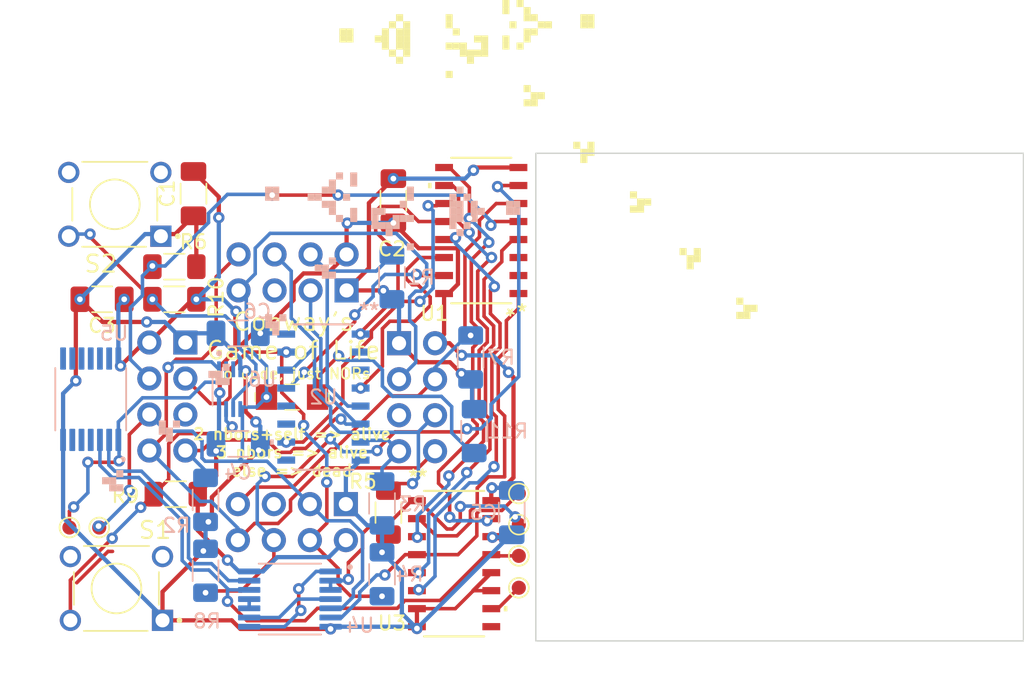
<source format=kicad_pcb>
(kicad_pcb (version 20211014) (generator pcbnew)
  (layers (0 "F.Cu" signal) (31 "B.Cu" signal) (34 "B.Paste" user) (35 "F.Paste" user) (36 "B.SilkS" user "B.Silkscreen") (37 "F.SilkS" user "F.Silkscreen") (38 "B.Mask" user) (39 "F.Mask" user) (44 "Edge.Cuts" user))
  (net 0 "")
  (net 1 "GND")
  (net 2 "Net-(D1-Pad2)")
  (net 3 "+3V3")
  (net 4 "SELF")
  (net 5 "CLK")
  (net 6 "1_IN")
  (net 7 "2_IN")
  (net 8 "3_IN")
  (net 9 "4_IN")
  (net 10 "6_IN")
  (net 11 "7_IN")
  (net 12 "8_IN")
  (net 13 "9_IN")
  (net 14 "Net-(R10-Pad1)")
  (net 15 "Net-(R9-Pad1)")
  (net 16 "NEXT_SELF")
  (net 17 "NUM_NBOR_b0")
  (net 18 "NUM_NBOR_b1")
  (net 19 "NUM_NBOR_b2")
  (net 20 "NUM_NBOR_b3")
  (net 21 "Net-(U1-Pad15)")
  (net 22 "Net-(U1-Pad14)")
  (net 23 "Net-(U1-Pad12)")
  (net 24 "Net-(U1-Pad11)")
  (net 25 "Net-(U3-Pad3)")
  (net 26 "Net-(U3-Pad15)")
  (net 27 "Net-(U3-Pad6)")
  (net 28 "Net-(U1-Pad1)")
  (net 29 "Net-(U1-Pad4)")
  (net 35 "Net-(U4-Pad1)")
  (net 36 "Net-(U4-Pad4)")
  (net 37 "Net-(U4-Pad13)")
  (net 49 "Net-(U4-Pad10)")
  (footprint "footprints:SW_1825910-6-btn" (layer "F.Cu") (at 177.86226 49.71274 180)
    (fp_text reference "S2")
    (fp_text value "btn-kill-cell")
  )
  (footprint "Capacitor_SMD:C_1206_3216Metric_Pad1.33x1.80mm_HandSolder" (layer "F.Cu") (at 197.51226 49.46274 90)
    (fp_text reference "C2")
    (fp_text value "C")
  )
  (footprint "Connector_PinSocket_2.54mm:PinSocket_2x04_P2.54mm_Horizontal" (layer "F.Cu") (at 194.21226 55.78774 -90)
    (fp_text reference "J3" hide)
    (fp_text value "north")
  )
  (footprint "Resistor_SMD:R_1206_3216Metric_Pad1.30x1.75mm_HandSolder" (layer "F.Cu") (at 182.06226 54.11274)
    (fp_text reference "R6")
    (fp_text value "10kΩ")
  )
  (footprint "footprints:SW_1825910-6-btn" (layer "F.Cu") (at 177.97726 76.81274 180)
    (fp_text reference "S1")
    (fp_text value "btn-revive-cell")
  )
  (footprint "Resistor_SMD:R_1206_3216Metric_Pad1.30x1.75mm_HandSolder" (layer "F.Cu") (at 182.16226 70.16274)
    (fp_text reference "R9")
    (fp_text value "10kΩ")
  )
  (footprint "TestPoint:TestPoint_Pad_D1.0mm" (layer "F.Cu") (at 206.36226 74.51274)
    (fp_text reference "nbor2" hide)
    (fp_text value "5011")
  )
  (footprint "digikey-footprints:1206" (layer "F.Cu") (at 190.36226 63.31274)
    (fp_text reference "D1" hide)
    (fp_text value "CELL_LED")
  )
  (footprint "Capacitor_SMD:C_1206_3216Metric_Pad1.33x1.80mm_HandSolder" (layer "F.Cu") (at 176.96226 56.41274 180)
    (fp_text reference "C3")
    (fp_text value "C")
  )
  (footprint "Resistor_SMD:R_1206_3216Metric_Pad1.30x1.75mm_HandSolder" (layer "F.Cu") (at 197.16226 71.46274 -90)
    (fp_text reference "R5")
    (fp_text value "10kΩ")
  )
  (footprint "TestPoint:TestPoint_Pad_D1.0mm" (layer "F.Cu") (at 176.76226 72.51274)
    (fp_text reference "self1" hide)
    (fp_text value "5011")
  )
  (footprint "Connector_PinHeader_2.54mm:PinHeader_2x04_P2.54mm_Horizontal" (layer "F.Cu") (at 197.91226 59.51274)
    (fp_text reference "J11" hide)
    (fp_text value "east")
  )
  (footprint "Connector_PinHeader_2.54mm:PinHeader_2x04_P2.54mm_Horizontal" (layer "F.Cu") (at 194.16226 70.86274 -90)
    (fp_text reference "J2" hide)
    (fp_text value "south")
  )
  (footprint "footprints:CD74HC283M96_4bit_adder_D16-L" (layer "F.Cu") (at 203.71226 51.56274 180)
    (fp_text reference "U1")
    (fp_text value "CD74HC283M96")
  )
  (footprint "TestPoint:TestPoint_Pad_D1.0mm" (layer "F.Cu") (at 206.36226 76.76274)
    (fp_text reference "nbor3" hide)
    (fp_text value "5011")
  )
  (footprint "TestPoint:TestPoint_Pad_D1.0mm" (layer "F.Cu") (at 174.66226 72.51274)
    (fp_text reference "next-self1" hide)
    (fp_text value "5011")
  )
  (footprint "Resistor_SMD:R_1206_3216Metric_Pad1.30x1.75mm_HandSolder" (layer "F.Cu") (at 182.06226 56.41274)
    (fp_text reference "R10")
    (fp_text value "10kΩ")
  )
  (footprint "TestPoint:TestPoint_Pad_D1.0mm" (layer "F.Cu") (at 206.36226 70.11274)
    (fp_text reference "nbor0" hide)
    (fp_text value "5011")
  )
  (footprint "footprints:CD74HC283M96_4bit_adder_D16-L" (layer "F.Cu") (at 201.79716 75.06274)
    (fp_text reference "U3")
    (fp_text value "CD74HC283M96")
  )
  (footprint "Capacitor_SMD:C_1206_3216Metric_Pad1.33x1.80mm_HandSolder" (layer "F.Cu") (at 183.41226 48.96274 90)
    (fp_text reference "C1")
    (fp_text value "C")
  )
  (footprint "TestPoint:TestPoint_Pad_D1.0mm" (layer "F.Cu") (at 206.36226 72.31274)
    (fp_text reference "nbor1" hide)
    (fp_text value "5011")
  )
  (footprint "Connector_PinSocket_2.54mm:PinSocket_2x04_P2.54mm_Horizontal" (layer "F.Cu") (at 182.83726 59.46274)
    (fp_text reference "J10" hide)
    (fp_text value "west")
  )
  (footprint "Resistor_SMD:R_1206_3216Metric_Pad1.30x1.75mm_HandSolder" (layer "B.Cu") (at 196.71226 70.81274 -90)
    (fp_text reference "R3")
    (fp_text value "10kΩ")
  )
  (footprint "Resistor_SMD:R_1206_3216Metric_Pad1.30x1.75mm_HandSolder" (layer "B.Cu") (at 197.41226 54.86274 -90)
    (fp_text reference "R1")
    (fp_text value "10kΩ")
  )
  (footprint "Capacitor_SMD:C_1206_3216Metric_Pad1.33x1.80mm_HandSolder" (layer "B.Cu") (at 186.56226 58.81274 180)
    (fp_text reference "C6")
    (fp_text value "C")
  )
  (footprint "footprints:CD74HC283M96_4bit_adder_D16-L" (layer "B.Cu") (at 192.57736 63.31274 180)
    (fp_text reference "U2")
    (fp_text value "CD74HC283M96")
  )
  (footprint "Capacitor_SMD:C_1206_3216Metric_Pad1.33x1.80mm_HandSolder" (layer "B.Cu") (at 186.56226 66.61274)
    (fp_text reference "C4")
    (fp_text value "C")
  )
  (footprint "Resistor_SMD:R_1206_3216Metric_Pad1.30x1.75mm_HandSolder" (layer "B.Cu") (at 202.96226 60.51274 -90)
    (fp_text reference "R7")
    (fp_text value "10kΩ")
  )
  (footprint "Resistor_SMD:R_1206_3216Metric_Pad1.30x1.75mm_HandSolder" (layer "B.Cu") (at 184.26226 75.56274 90)
    (fp_text reference "R8")
    (fp_text value "10kΩ")
  )
  (footprint "footprints:SN74LVC2G74DCUR_d-flip-flop" (layer "B.Cu") (at 185.96226 62.75524 -90)
    (fp_text reference "U6")
    (fp_text value "SN74LVC2G74DCUR")
  )
  (footprint "footprints:SN74HC02PWR_NOR_4CH_2-INP" (layer "B.Cu") (at 176.16226 63.46274 90)
    (fp_text reference "U5")
    (fp_text value "SN74HC02PWR")
  )
  (footprint "Resistor_SMD:R_1206_3216Metric_Pad1.30x1.75mm_HandSolder" (layer "B.Cu") (at 196.71226 75.81274 90)
    (fp_text reference "R4")
    (fp_text value "10kΩ")
  )
  (footprint "Resistor_SMD:R_1206_3216Metric_Pad1.30x1.75mm_HandSolder" (layer "B.Cu") (at 203.21226 65.71274 -90)
    (fp_text reference "R11")
    (fp_text value "220Ω")
  )
  (footprint "Capacitor_SMD:C_1206_3216Metric_Pad1.33x1.80mm_HandSolder" (layer "B.Cu") (at 205.86226 71.46274 -90)
    (fp_text reference "C5")
    (fp_text value "C")
  )
  (footprint "footprints:SN74HC02PWR_NOR_4CH_2-INP" (layer "B.Cu") (at 190.21226 77.56274 180)
    (fp_text reference "U4")
    (fp_text value "SN74HC02PWR")
  )
  (footprint "Resistor_SMD:R_1206_3216Metric_Pad1.30x1.75mm_HandSolder" (layer "B.Cu") (at 184.26226 70.56274 -90)
    (fp_text reference "R2")
    (fp_text value "10kΩ")
  )
  (gr_rect (start 181.96226 65.96274) (end 181.46226 65.46274) (layer "B.SilkS") (width 0) (fill solid))
  (gr_rect (start 194.96226 47.96274) (end 194.46226 47.46274) (layer "B.SilkS") (width 0) (fill solid))
  (gr_rect (start 185.96226 62.46274) (end 185.46226 61.96274) (layer "B.SilkS") (width 0) (fill solid))
  (gr_rect (start 196.96226 50.46274) (end 196.46226 49.96274) (layer "B.SilkS") (width 0) (fill solid))
  (gr_rect (start 202.96226 51.46274) (end 202.46226 50.96274) (layer "B.SilkS") (width 0) (fill solid))
  (gr_rect (start 203.46226 49.96274) (end 202.96226 49.46274) (layer "B.SilkS") (width 0) (fill solid))
  (gr_rect (start 192.46226 49.46274) (end 191.96226 48.96274) (layer "B.SilkS") (width 0) (fill solid))
  (gr_rect (start 202.46226 48.96274) (end 201.96226 48.46274) (layer "B.SilkS") (width 0) (fill solid))
  (gr_rect (start 206.46226 49.96274) (end 205.96226 49.46274) (layer "B.SilkS") (width 0) (fill solid))
  (gr_rect (start 201.96226 50.96274) (end 201.46226 50.46274) (layer "B.SilkS") (width 0) (fill solid))
  (gr_rect (start 202.46226 50.96274) (end 201.96226 50.46274) (layer "B.SilkS") (width 0) (fill solid))
  (gr_rect (start 194.96226 50.96274) (end 194.46226 50.46274) (layer "B.SilkS") (width 0) (fill solid))
  (gr_rect (start 193.96226 50.96274) (end 193.46226 50.46274) (layer "B.SilkS") (width 0) (fill solid))
  (gr_rect (start 181.96226 66.46274) (end 181.46226 65.96274) (layer "B.SilkS") (width 0) (fill solid))
  (gr_rect (start 203.96226 50.46274) (end 203.46226 49.96274) (layer "B.SilkS") (width 0) (fill solid))
  (gr_rect (start 189.46226 58.46274) (end 188.96226 57.96274) (layer "B.SilkS") (width 0) (fill solid))
  (gr_rect (start 188.96226 49.46274) (end 188.46226 48.96274) (layer "B.SilkS") (width 0) (fill solid))
  (gr_rect (start 202.46226 50.46274) (end 201.96226 49.96274) (layer "B.SilkS") (width 0) (fill solid))
  (gr_rect (start 198.96226 48.96274) (end 198.46226 48.46274) (layer "B.SilkS") (width 0) (fill solid))
  (gr_rect (start 184.96226 61.96274) (end 184.46226 61.46274) (layer "B.SilkS") (width 0) (fill solid))
  (gr_rect (start 177.96226 69.46274) (end 177.46226 68.96274) (layer "B.SilkS") (width 0) (fill solid))
  (gr_rect (start 189.46226 49.46274) (end 188.96226 48.96274) (layer "B.SilkS") (width 0) (fill solid))
  (gr_rect (start 193.96226 47.96274) (end 193.46226 47.46274) (layer "B.SilkS") (width 0) (fill solid))
  (gr_rect (start 178.46226 68.96274) (end 177.96226 68.46274) (layer "B.SilkS") (width 0) (fill solid))
  (gr_rect (start 202.46226 51.96274) (end 201.96226 51.46274) (layer "B.SilkS") (width 0) (fill solid))
  (gr_rect (start 198.96226 50.96274) (end 198.46226 50.46274) (layer "B.SilkS") (width 0) (fill solid))
  (gr_rect (start 202.96226 49.46274) (end 202.46226 48.96274) (layer "B.SilkS") (width 0) (fill solid))
  (gr_rect (start 192.96226 49.96274) (end 192.46226 49.46274) (layer "B.SilkS") (width 0) (fill solid))
  (gr_rect (start 181.46226 65.46274) (end 180.96226 64.96274) (layer "B.SilkS") (width 0) (fill solid))
  (gr_rect (start 189.46226 48.96274) (end 188.96226 48.46274) (layer "B.SilkS") (width 0) (fill solid))
  (gr_rect (start 202.46226 49.96274) (end 201.96226 49.46274) (layer "B.SilkS") (width 0) (fill solid))
  (gr_rect (start 188.96226 57.96274) (end 188.46226 57.46274) (layer "B.SilkS") (width 0) (fill solid))
  (gr_rect (start 197.46226 51.96274) (end 196.96226 51.46274) (layer "B.SilkS") (width 0) (fill solid))
  (gr_rect (start 198.96226 52.96274) (end 198.46226 52.46274) (layer "B.SilkS") (width 0) (fill solid))
  (gr_rect (start 177.96226 69.96274) (end 177.46226 69.46274) (layer "B.SilkS") (width 0) (fill solid))
  (gr_rect (start 203.46226 50.46274) (end 202.96226 49.96274) (layer "B.SilkS") (width 0) (fill solid))
  (gr_rect (start 196.46226 50.46274) (end 195.96226 49.96274) (layer "B.SilkS") (width 0) (fill solid))
  (gr_rect (start 193.46226 54.96274) (end 192.96226 54.46274) (layer "B.SilkS") (width 0) (fill solid))
  (gr_rect (start 198.96226 49.46274) (end 198.46226 48.96274) (layer "B.SilkS") (width 0) (fill solid))
  (gr_rect (start 196.96226 51.46274) (end 196.46226 50.96274) (layer "B.SilkS") (width 0) (fill solid))
  (gr_rect (start 181.46226 65.96274) (end 180.96226 65.46274) (layer "B.SilkS") (width 0) (fill solid))
  (gr_rect (start 191.96226 49.46274) (end 191.46226 48.96274) (layer "B.SilkS") (width 0) (fill solid))
  (gr_rect (start 193.46226 48.46274) (end 192.96226 47.96274) (layer "B.SilkS") (width 0) (fill solid))
  (gr_rect (start 185.96226 62.46274) (end 185.46226 61.96274) (layer "B.SilkS") (width 0) (fill solid))
  (gr_rect (start 188.96226 58.46274) (end 188.46226 57.96274) (layer "B.SilkS") (width 0) (fill solid))
  (gr_rect (start 194.96226 48.46274) (end 194.46226 47.96274) (layer "B.SilkS") (width 0) (fill solid))
  (gr_rect (start 193.46226 53.96274) (end 192.96226 53.46274) (layer "B.SilkS") (width 0) (fill solid))
  (gr_rect (start 192.46226 54.46274) (end 191.96226 53.96274) (layer "B.SilkS") (width 0) (fill solid))
  (gr_rect (start 201.96226 50.46274) (end 201.46226 49.96274) (layer "B.SilkS") (width 0) (fill solid))
  (gr_rect (start 185.46226 61.96274) (end 184.96226 61.46274) (layer "B.SilkS") (width 0) (fill solid))
  (gr_rect (start 185.96226 61.46274) (end 185.46226 60.96274) (layer "B.SilkS") (width 0) (fill solid))
  (gr_rect (start 205.96226 50.46274) (end 205.46226 49.96274) (layer "B.SilkS") (width 0) (fill solid))
  (gr_rect (start 203.46226 50.96274) (end 202.96226 50.46274) (layer "B.SilkS") (width 0) (fill solid))
  (gr_rect (start 182.46226 65.46274) (end 181.96226 64.96274) (layer "B.SilkS") (width 0) (fill solid))
  (gr_rect (start 197.96226 51.46274) (end 197.46226 50.96274) (layer "B.SilkS") (width 0) (fill solid))
  (gr_rect (start 194.46226 49.46274) (end 193.96226 48.96274) (layer "B.SilkS") (width 0) (fill solid))
  (gr_rect (start 192.96226 48.96274) (end 192.46226 48.46274) (layer "B.SilkS") (width 0) (fill solid))
  (gr_rect (start 196.46226 51.46274) (end 195.96226 50.96274) (layer "B.SilkS") (width 0) (fill solid))
  (gr_rect (start 201.96226 51.46274) (end 201.46226 50.96274) (layer "B.SilkS") (width 0) (fill solid))
  (gr_rect (start 197.46226 51.46274) (end 196.96226 50.96274) (layer "B.SilkS") (width 0) (fill solid))
  (gr_rect (start 189.96226 57.96274) (end 189.46226 57.46274) (layer "B.SilkS") (width 0) (fill solid))
  (gr_rect (start 192.96226 54.96274) (end 192.46226 54.46274) (layer "B.SilkS") (width 0) (fill solid))
  (gr_rect (start 205.96226 49.96274) (end 205.46226 49.46274) (layer "B.SilkS") (width 0) (fill solid))
  (gr_rect (start 197.96226 50.96274) (end 197.46226 50.46274) (layer "B.SilkS") (width 0) (fill solid))
  (gr_rect (start 201.96226 49.46274) (end 201.46226 48.96274) (layer "B.SilkS") (width 0) (fill solid))
  (gr_rect (start 193.46226 49.96274) (end 192.96226 49.46274) (layer "B.SilkS") (width 0) (fill solid))
  (gr_rect (start 185.46226 62.46274) (end 184.96226 61.96274) (layer "B.SilkS") (width 0) (fill solid))
  (gr_rect (start 201.96226 49.96274) (end 201.46226 49.46274) (layer "B.SilkS") (width 0) (fill solid))
  (gr_rect (start 189.46226 58.96274) (end 188.96226 58.46274) (layer "B.SilkS") (width 0) (fill solid))
  (gr_rect (start 188.96226 48.96274) (end 188.46226 48.46274) (layer "B.SilkS") (width 0) (fill solid))
  (gr_rect (start 178.46226 69.96274) (end 177.96226 69.46274) (layer "B.SilkS") (width 0) (fill solid))
  (gr_rect (start 193.46226 50.46274) (end 192.96226 49.96274) (layer "B.SilkS") (width 0) (fill solid))
  (gr_rect (start 198.46226 50.96274) (end 197.96226 50.46274) (layer "B.SilkS") (width 0) (fill solid))
  (gr_rect (start 177.46226 69.46274) (end 176.96226 68.96274) (layer "B.SilkS") (width 0) (fill solid))
  (gr_rect (start 198.46226 49.96274) (end 197.96226 49.46274) (layer "B.SilkS") (width 0) (fill solid))
  (gr_rect (start 206.46226 50.46274) (end 205.96226 49.96274) (layer "B.SilkS") (width 0) (fill solid))
  (gr_rect (start 196.46226 50.96274) (end 195.96226 50.46274) (layer "B.SilkS") (width 0) (fill solid))
  (gr_rect (start 194.96226 50.46274) (end 194.46226 49.96274) (layer "B.SilkS") (width 0) (fill solid))
  (gr_rect (start 193.46226 48.96274) (end 192.96226 48.46274) (layer "B.SilkS") (width 0) (fill solid))
  (gr_rect (start 192.96226 54.46274) (end 192.46226 53.96274) (layer "B.SilkS") (width 0) (fill solid))
  (gr_rect (start 208.2 36.8) (end 207.7 37.3) (layer "F.SilkS") (width 0) (fill solid))
  (gr_rect (start 223.2 56.8) (end 222.7 57.3) (layer "F.SilkS") (width 0) (fill solid))
  (gr_rect (start 218.2 52.8) (end 217.7 53.3) (layer "F.SilkS") (width 0) (fill solid))
  (gr_rect (start 201.7 40.3) (end 201.2 40.8) (layer "F.SilkS") (width 0) (fill solid))
  (gr_rect (start 207.7 36.3) (end 207.2 36.8) (layer "F.SilkS") (width 0) (fill solid))
  (gr_rect (start 214.7 49.8) (end 214.2 50.3) (layer "F.SilkS") (width 0) (fill solid))
  (gr_rect (start 208.7 36.8) (end 208.2 37.3) (layer "F.SilkS") (width 0) (fill solid))
  (gr_rect (start 219.2 53.3) (end 218.7 53.8) (layer "F.SilkS") (width 0) (fill solid))
  (gr_rect (start 207.7 41.8) (end 207.2 42.3) (layer "F.SilkS") (width 0) (fill solid))
  (gr_rect (start 215.2 49.3) (end 214.7 49.8) (layer "F.SilkS") (width 0) (fill solid))
  (gr_rect (start 202.7 38.8) (end 202.2 39.3) (layer "F.SilkS") (width 0) (fill solid))
  (gr_rect (start 203.7 38.8) (end 203.2 39.3) (layer "F.SilkS") (width 0) (fill solid))
  (gr_rect (start 198.2 37.8) (end 197.7 38.3) (layer "F.SilkS") (width 0) (fill solid))
  (gr_rect (start 211.7 45.8) (end 211.2 46.3) (layer "F.SilkS") (width 0) (fill solid))
  (gr_rect (start 207.2 35.8) (end 206.7 36.3) (layer "F.SilkS") (width 0) (fill solid))
  (gr_rect (start 204.2 38.8) (end 203.7 39.3) (layer "F.SilkS") (width 0) (fill solid))
  (gr_rect (start 208.2 41.8) (end 207.7 42.3) (layer "F.SilkS") (width 0) (fill solid))
  (gr_rect (start 207.2 37.3) (end 206.7 37.8) (layer "F.SilkS") (width 0) (fill solid))
  (gr_rect (start 207.7 42.3) (end 207.2 42.8) (layer "F.SilkS") (width 0) (fill solid))
  (gr_rect (start 211.2 36.8) (end 210.7 37.3) (layer "F.SilkS") (width 0) (fill solid))
  (gr_rect (start 207.2 36.3) (end 206.7 36.8) (layer "F.SilkS") (width 0) (fill solid))
  (gr_rect (start 201.7 38.3) (end 201.2 38.8) (layer "F.SilkS") (width 0) (fill solid))
  (gr_rect (start 210.7 45.3) (end 210.2 45.8) (layer "F.SilkS") (width 0) (fill solid))
  (gr_rect (start 207.2 37.8) (end 206.7 38.3) (layer "F.SilkS") (width 0) (fill solid))
  (gr_rect (start 194.7 37.8) (end 194.2 38.3) (layer "F.SilkS") (width 0) (fill solid))
  (gr_rect (start 218.7 53.3) (end 218.2 53.8) (layer "F.SilkS") (width 0) (fill solid))
  (gr_rect (start 197.7 38.8) (end 197.2 39.3) (layer "F.SilkS") (width 0) (fill solid))
  (gr_rect (start 198.7 38.3) (end 198.2 38.8) (layer "F.SilkS") (width 0) (fill solid))
  (gr_rect (start 222.2 57.3) (end 221.7 57.8) (layer "F.SilkS") (width 0) (fill solid))
  (gr_rect (start 211.2 36.3) (end 210.7 36.8) (layer "F.SilkS") (width 0) (fill solid))
  (gr_rect (start 203.2 38.8) (end 202.7 39.3) (layer "F.SilkS") (width 0) (fill solid))
  (gr_rect (start 207.2 42.3) (end 206.7 42.8) (layer "F.SilkS") (width 0) (fill solid))
  (gr_rect (start 205.7 35.3) (end 205.2 35.8) (layer "F.SilkS") (width 0) (fill solid))
  (gr_rect (start 205.7 38.3) (end 205.2 38.8) (layer "F.SilkS") (width 0) (fill solid))
  (gr_rect (start 202.7 38.3) (end 202.2 38.8) (layer "F.SilkS") (width 0) (fill solid))
  (gr_rect (start 197.7 36.8) (end 197.2 37.3) (layer "F.SilkS") (width 0) (fill solid))
  (gr_rect (start 201.7 36.3) (end 201.2 36.8) (layer "F.SilkS") (width 0) (fill solid))
  (gr_rect (start 198.7 36.8) (end 198.2 37.3) (layer "F.SilkS") (width 0) (fill solid))
  (gr_rect (start 205.7 35.8) (end 205.2 36.3) (layer "F.SilkS") (width 0) (fill solid))
  (gr_rect (start 204.2 38.3) (end 203.7 38.8) (layer "F.SilkS") (width 0) (fill solid))
  (gr_rect (start 211.7 36.3) (end 211.2 36.8) (layer "F.SilkS") (width 0) (fill solid))
  (gr_rect (start 203.2 39.3) (end 202.7 39.8) (layer "F.SilkS") (width 0) (fill solid))
  (gr_rect (start 196.7 37.8) (end 196.2 38.3) (layer "F.SilkS") (width 0) (fill solid))
  (gr_rect (start 215.2 49.8) (end 214.7 50.3) (layer "F.SilkS") (width 0) (fill solid))
  (gr_rect (start 215.7 49.3) (end 215.2 49.8) (layer "F.SilkS") (width 0) (fill solid))
  (gr_rect (start 194.2 37.8) (end 193.7 38.3) (layer "F.SilkS") (width 0) (fill solid))
  (gr_rect (start 198.2 39.3) (end 197.7 39.8) (layer "F.SilkS") (width 0) (fill solid))
  (gr_rect (start 202.2 37.3) (end 201.7 37.8) (layer "F.SilkS") (width 0) (fill solid))
  (gr_rect (start 214.7 48.8) (end 214.2 49.3) (layer "F.SilkS") (width 0) (fill solid))
  (gr_rect (start 206.7 38.3) (end 206.2 38.8) (layer "F.SilkS") (width 0) (fill solid))
  (gr_rect (start 202.2 38.3) (end 201.7 38.8) (layer "F.SilkS") (width 0) (fill solid))
  (gr_rect (start 206.7 35.3) (end 206.2 35.8) (layer "F.SilkS") (width 0) (fill solid))
  (gr_rect (start 222.2 56.3) (end 221.7 56.8) (layer "F.SilkS") (width 0) (fill solid))
  (gr_rect (start 205.7 37.8) (end 205.2 38.3) (layer "F.SilkS") (width 0) (fill solid))
  (gr_rect (start 211.2 46.3) (end 210.7 46.8) (layer "F.SilkS") (width 0) (fill solid))
  (gr_rect (start 201.7 36.8) (end 201.2 37.3) (layer "F.SilkS") (width 0) (fill solid))
  (gr_rect (start 207.7 37.3) (end 207.2 37.8) (layer "F.SilkS") (width 0) (fill solid))
  (gr_rect (start 198.2 38.3) (end 197.7 38.8) (layer "F.SilkS") (width 0) (fill solid))
  (gr_rect (start 197.2 37.3) (end 196.7 37.8) (layer "F.SilkS") (width 0) (fill solid))
  (gr_rect (start 207.2 41.3) (end 206.7 41.8) (layer "F.SilkS") (width 0) (fill solid))
  (gr_rect (start 194.7 37.3) (end 194.2 37.8) (layer "F.SilkS") (width 0) (fill solid))
  (gr_rect (start 206.2 36.8) (end 205.7 37.3) (layer "F.SilkS") (width 0) (fill solid))
  (gr_rect (start 211.7 45.3) (end 211.2 45.8) (layer "F.SilkS") (width 0) (fill solid))
  (gr_rect (start 222.7 57.3) (end 222.2 57.8) (layer "F.SilkS") (width 0) (fill solid))
  (gr_rect (start 194.2 37.3) (end 193.7 37.8) (layer "F.SilkS") (width 0) (fill solid))
  (gr_rect (start 198.2 36.3) (end 197.7 36.8) (layer "F.SilkS") (width 0) (fill solid))
  (gr_rect (start 198.7 38.8) (end 198.2 39.3) (layer "F.SilkS") (width 0) (fill solid))
  (gr_rect (start 203.7 37.8) (end 203.2 38.3) (layer "F.SilkS") (width 0) (fill solid))
  (gr_rect (start 211.2 45.8) (end 210.7 46.3) (layer "F.SilkS") (width 0) (fill solid))
  (gr_rect (start 219.2 52.8) (end 218.7 53.3) (layer "F.SilkS") (width 0) (fill solid))
  (gr_rect (start 222.7 56.8) (end 222.2 57.3) (layer "F.SilkS") (width 0) (fill solid))
  (gr_rect (start 198.2 37.3) (end 197.7 37.8) (layer "F.SilkS") (width 0) (fill solid))
  (gr_rect (start 204.2 37.8) (end 203.7 38.3) (layer "F.SilkS") (width 0) (fill solid))
  (gr_rect (start 198.7 37.8) (end 198.2 38.3) (layer "F.SilkS") (width 0) (fill solid))
  (gr_rect (start 218.7 53.8) (end 218.2 54.3) (layer "F.SilkS") (width 0) (fill solid))
  (gr_rect (start 197.2 38.3) (end 196.7 38.8) (layer "F.SilkS") (width 0) (fill solid))
  (gr_rect (start 211.7 36.8) (end 211.2 37.3) (layer "F.SilkS") (width 0) (fill solid))
  (gr_rect (start 197.2 37.8) (end 196.7 38.3) (layer "F.SilkS") (width 0) (fill solid))
  (gr_rect (start 198.7 37.3) (end 198.2 37.8) (layer "F.SilkS") (width 0) (fill solid))
  (gr_rect (start 214.7 49.8) (end 214.2 50.3) (layer "F.SilkS") (width 0) (fill solid))
  (gr_rect (start 241.96226 46.11274) (end 207.56226 80.51274) (layer "Edge.Cuts") (width 0.1) (fill none))
  (gr_text "Conway's\nGame of Life" (at 190.46226 59.01274) (layer "F.SilkS") (effects (font (size 1.25 1.25) (thickness 0.153))))
  (gr_text "2 nbors+self => alive\n3 nbors => alive\nelse => dead" (at 190.36226 67.21274) (layer "F.SilkS") (effects (font (size 0.8 0.8))))
  (gr_text "no code, just NORs" (at 190.36226 61.66274) (layer "F.SilkS") (effects (font (size 0.75 0.75) (thickness 0.125))))
  (segment (start 184.71178 71.86272) (end 184.46176 72.11274) (width 0.3) (layer "F.Cu") (net 1))
  (segment (start 186.71676 79.66724) (end 193.08226 79.66724) (width 0.3) (layer "F.Cu") (net 1))
  (segment (start 199.252749 60.853229) (end 197.91226 59.51274) (width 0.3) (layer "F.Cu") (net 1))
  (segment (start 187.08776 64.33824) (end 187.08776 61.46274) (width 0.3) (layer "F.Cu") (net 1))
  (segment (start 195.78774 54.21226) (end 195.78774 49.62476) (width 0.3) (layer "F.Cu") (net 1))
  (segment (start 201.502749 60.853229) (end 199.252749 60.853229) (width 0.3) (layer "F.Cu") (net 1))
  (segment (start 176.99976 58.01274) (end 175.39976 56.41274) (width 0.3) (layer "F.Cu") (net 1))
  (segment (start 183.61226 54.06274) (end 183.61226 50.72524) (width 0.3) (layer "F.Cu") (net 1))
  (segment (start 196.78726 55.78774) (end 196.807102 55.807582) (width 0.3) (layer "F.Cu") (net 1))
  (segment (start 202.31226 61.66274) (end 201.502749 60.853229) (width 0.3) (layer "F.Cu") (net 1))
  (segment (start 206.33481 47.11774) (end 203.35726 47.11774) (width 0.3) (layer "F.Cu") (net 1))
  (segment (start 186.11226 79.06274) (end 186.71676 79.66724) (width 0.3) (layer "F.Cu") (net 1))
  (segment (start 183.61226 50.72524) (end 183.41226 50.52524) (width 0.3) (layer "F.Cu") (net 1))
  (segment (start 203.35726 47.11774) (end 203.16226 47.31274) (width 0.3) (layer "F.Cu") (net 1))
  (segment (start 175.11226 62.16274) (end 175.11226 56.70024) (width 0.3) (layer "F.Cu") (net 1))
  (segment (start 203.14971 76.96774) (end 204.41971 76.96774) (width 0.25) (layer "F.Cu") (net 1))
  (segment (start 197.16226 73.01274) (end 197.16226 73.81274) (width 0.3) (layer "F.Cu") (net 1))
  (segment (start 204.41971 75.69774) (end 203.14971 76.96774) (width 0.3) (layer "F.Cu") (net 1))
  (segment (start 175.11226 56.70024) (end 175.39976 56.41274) (width 0.3) (layer "F.Cu") (net 1))
  (segment (start 204.5 73.2) (end 204.45774 73.15774) (width 0.3) (layer "F.Cu") (net 1))
  (segment (start 197.16226 73.81274) (end 196.71226 74.26274) (width 0.3) (layer "F.Cu") (net 1))
  (segment (start 194.21226 55.78774) (end 195.78774 54.21226) (width 0.3) (layer "F.Cu") (net 1))
  (segment (start 204.45774 73.15774) (end 204.41971 73.15774) (width 0.3) (layer "F.Cu") (net 1))
  (segment (start 187.81226 65.06274) (end 187.08776 64.33824) (width 0.3) (layer "F.Cu") (net 1))
  (segment (start 181.22726 79.06274) (end 181.22726 77.04774) (width 0.3) (layer "F.Cu") (net 1))
  (segment (start 177.385453 74.2) (end 175.17678 76.408673) (width 0.25) (layer "F.Cu") (net 1))
  (segment (start 188.01226 67.06274) (end 184.71178 70.36322) (width 0.3) (layer "F.Cu") (net 1))
  (segment (start 180.86226 51.81274) (end 182.12476 51.81274) (width 0.3) (layer "F.Cu") (net 1))
  (segment (start 201.87971 78.23774) (end 203.14971 76.96774) (width 0.25) (layer "F.Cu") (net 1))
  (segment (start 184.71178 70.36322) (end 184.71178 71.86272) (width 0.3) (layer "F.Cu") (net 1))
  (segment (start 199.17461 78.23774) (end 201.87971 78.23774) (width 0.25) (layer "F.Cu") (net 1))
  (segment (start 177.7 74.2) (end 177.385453 74.2) (width 0.25) (layer "F.Cu") (net 1))
  (segment (start 195.78774 49.62476) (end 197.51226 47.90024) (width 0.3) (layer "F.Cu") (net 1))
  (segment (start 182.12476 51.81274) (end 183.41226 50.52524) (width 0.3) (layer "F.Cu") (net 1))
  (segment (start 181.22726 79.06274) (end 186.11226 79.06274) (width 0.3) (layer "F.Cu") (net 1))
  (segment (start 199.17461 79.50774) (end 199.17461 78.23774) (width 0.3) (layer "F.Cu") (net 1))
  (segment (start 194.21226 55.78774) (end 196.78726 55.78774) (width 0.3) (layer "F.Cu") (net 1))
  (segment (start 180.11226 58.01274) (end 176.99976 58.01274) (width 0.3) (layer "F.Cu") (net 1))
  (segment (start 181.22726 77.04774) (end 184.107283 74.167717) (width 0.3) (layer "F.Cu") (net 1))
  (via (at 196.807102 55.807582) (size 0.8) (drill 0.4) (layers "F.Cu" "B.Cu") (net 1))
  (via (at 204.5 73.2) (size 0.8) (drill 0.4) (layers "F.Cu" "B.Cu") (net 1))
  (via (at 188.01226 67.06274) (size 0.8) (drill 0.4) (layers "F.Cu" "B.Cu") (net 1))
  (via (at 193.08226 79.66724) (size 0.8) (drill 0.4) (layers "F.Cu" "B.Cu") (net 1))
  (via (at 187.08776 61.46274) (size 0.8) (drill 0.4) (layers "F.Cu" "B.Cu") (net 1))
  (via (at 184.46176 72.11274) (size 0.8) (drill 0.4) (layers "F.Cu" "B.Cu") (net 1))
  (via (at 187.81226 65.06274) (size 0.8) (drill 0.4) (layers "F.Cu" "B.Cu") (net 1))
  (via (at 175.39976 56.41274) (size 0.8) (drill 0.4) (layers "F.Cu" "B.Cu") (net 1))
  (via (at 175.11226 62.16274) (size 0.8) (drill 0.4) (layers "F.Cu" "B.Cu") (net 1))
  (via (at 180.11226 58.01274) (size 0.8) (drill 0.4) (layers "F.Cu" "B.Cu") (net 1))
  (via (at 202.31226 61.66274) (size 0.8) (drill 0.4) (layers "F.Cu" "B.Cu") (net 1))
  (via (at 196.71226 74.26274) (size 0.8) (drill 0.4) (layers "F.Cu" "B.Cu") (net 1))
  (via (at 203.16226 47.31274) (size 0.8) (drill 0.4) (layers "F.Cu" "B.Cu") (net 1))
  (via (at 199.17461 79.63724) (size 0.8) (drill 0.4) (layers "F.Cu" "B.Cu") (net 1))
  (via (at 184.107283 74.167717) (size 0.8) (drill 0.4) (layers "F.Cu" "B.Cu") (net 1))
  (via (at 197.51226 47.90024) (size 0.8) (drill 0.4) (layers "F.Cu" "B.Cu") (net 1))
  (segment (start 180.82726 78.42774) (end 180.82726 79.36274) (width 0.3) (layer "B.Cu") (net 1))
  (segment (start 206.31226 73.07524) (end 205.73661 73.07524) (width 0.3) (layer "B.Cu") (net 1))
  (segment (start 184.26226 72.11274) (end 184.26226 74.01274) (width 0.3) (layer "B.Cu") (net 1))
  (segment (start 205.6875 73.2) (end 205.86226 73.02524) (width 0.3) (layer "B.Cu") (net 1))
  (segment (start 179.99976 51.81274) (end 175.39976 56.41274) (width 0.3) (layer "B.Cu") (net 1))
  (segment (start 180.86226 51.81274) (end 179.99976 51.81274) (width 0.3) (layer "B.Cu") (net 1))
  (segment (start 182.83726 59.46274) (end 181.38726 58.01274) (width 0.3) (layer "B.Cu") (net 1))
  (segment (start 181.38726 58.01274) (end 180.11226 58.01274) (width 0.3) (layer "B.Cu") (net 1))
  (segment (start 205.73661 73.07524) (end 199.17461 79.63724) (width 0.3) (layer "B.Cu") (net 1))
  (segment (start 202.31226 61.66274) (end 203.06226 62.41274) (width 0.3) (layer "B.Cu") (net 1))
  (segment (start 196.807102 55.807582) (end 197.41226 56.41274) (width 0.3) (layer "B.Cu") (net 1))
  (segment (start 174.21226 71.81274) (end 180.82726 78.42774) (width 0.3) (layer "B.Cu") (net 1))
  (segment (start 186.71226 60.582023) (end 184.99976 58.869523) (width 0.3) (layer "B.Cu") (net 1))
  (segment (start 183.48726 58.81274) (end 182.83726 59.46274) (width 0.3) (layer "B.Cu") (net 1))
  (segment (start 199.05011 79.51274) (end 199.17461 79.63724) (width 0.3) (layer "B.Cu") (net 1))
  (segment (start 174.21226 66.33274) (end 174.21226 71.81274) (width 0.3) (layer "B.Cu") (net 1))
  (segment (start 186.97526 61.35024) (end 187.08776 61.46274) (width 0.3) (layer "B.Cu") (net 1))
  (segment (start 194.16226 70.86274) (end 194.16226 68.79539) (width 0.3) (layer "B.Cu") (net 1))
  (segment (start 195.66226 72.36274) (end 194.16226 70.86274) (width 0.3) (layer "B.Cu") (net 1))
  (segment (start 188.12476 66.95024) (end 188.01226 67.06274) (width 0.3) (layer "B.Cu") (net 1))
  (segment (start 193.08226 79.51274) (end 199.05011 79.51274) (width 0.3) (layer "B.Cu") (net 1))
  (segment (start 203.06226 62.41274) (end 203.06226 64.16274) (width 0.3) (layer "B.Cu") (net 1))
  (segment (start 174.21226 63.06274) (end 175.11226 62.16274) (width 0.3) (layer "B.Cu") (net 1))
  (segment (start 198.11226 75.66274) (end 198.11226 78.57489) (width 0.3) (layer "B.Cu") (net 1))
  (segment (start 188.12476 66.61274) (end 188.12476 66.95024) (width 0.3) (layer "B.Cu") (net 1))
  (segment (start 202.57476 47.90024) (end 197.51226 47.90024) (width 0.3) (layer "B.Cu") (net 1))
  (segment (start 188.12476 65.37524) (end 188.12476 66.61274) (width 0.3) (layer "B.Cu") (net 1))
  (segment (start 198.11226 78.57489) (end 199.17461 79.63724) (width 0.3) (layer "B.Cu") (net 1))
  (segment (start 196.71226 74.26274) (end 198.11226 75.66274) (width 0.3) (layer "B.Cu") (net 1))
  (segment (start 197.91226 56.91274) (end 197.91226 59.51274) (width 0.3) (layer "B.Cu") (net 1))
  (segment (start 186.71226 61.35024) (end 186.71226 60.582023) (width 0.3) (layer "B.Cu") (net 1))
  (segment (start 203.16226 47.31274) (end 202.57476 47.90024) (width 0.3) (layer "B.Cu") (net 1))
  (segment (start 197.41226 56.41274) (end 197.91226 56.91274) (width 0.3) (layer "B.Cu") (net 1))
  (segment (start 174.21226 66.33274) (end 174.21226 63.06274) (width 0.3) (layer "B.Cu") (net 1))
  (segment (start 196.71226 72.36274) (end 195.66226 72.36274) (width 0.3) (layer "B.Cu") (net 1))
  (segment (start 187.81226 65.06274) (end 188.12476 65.37524) (width 0.3) (layer "B.Cu") (net 1))
  (segment (start 184.99976 58.869523) (end 184.99976 58.81274) (width 0.3) (layer "B.Cu") (net 1))
  (segment (start 186.71226 61.35024) (end 186.97526 61.35024) (width 0.3) (layer "B.Cu") (net 1))
  (segment (start 196.71226 72.36274) (end 196.71226 74.26274) (width 0.3) (layer "B.Cu") (net 1))
  (segment (start 184.99976 58.81274) (end 183.48726 58.81274) (width 0.3) (layer "B.Cu") (net 1))
  (segment (start 204.5 73.2) (end 205.6875 73.2) (width 0.3) (layer "B.Cu") (net 1))
  (segment (start 194.16226 68.79539) (end 195.19991 67.75774) (width 0.3) (layer "B.Cu") (net 1))
  (segment (start 192.16226 61.88912) (end 192.16226 63.31274) (width 0.25) (layer "F.Cu") (net 2))
  (segment (start 193.65045 60.40093) (end 192.16226 61.88912) (width 0.25) (layer "F.Cu") (net 2))
  (via (at 193.65045 60.40093) (size 0.8) (drill 0.4) (layers "F.Cu" "B.Cu") (net 2))
  (segment (start 200.897749 63.26274) (end 197.46125 63.26274) (width 0.25) (layer "B.Cu") (net 2))
  (segment (start 201.626771 65.827251) (end 201.626771 63.991762) (width 0.25) (layer "B.Cu") (net 2))
  (segment (start 203.06226 67.26274) (end 201.626771 65.827251) (width 0.25) (layer "B.Cu") (net 2))
  (segment (start 196.737749 62.539239) (end 196.737749 61.388229) (width 0.25) (layer "B.Cu") (net 2))
  (segment (start 197.46125 63.26274) (end 196.737749 62.539239) (width 0.25) (layer "B.Cu") (net 2))
  (segment (start 193.965771 60.716251) (end 193.65045 60.40093) (width 0.25) (layer "B.Cu") (net 2))
  (segment (start 201.626771 63.991762) (end 200.897749 63.26274) (width 0.25) (layer "B.Cu") (net 2))
  (segment (start 196.065771 60.716251) (end 193.965771 60.716251) (width 0.25) (layer "B.Cu") (net 2))
  (segment (start 196.737749 61.388229) (end 196.065771 60.716251) (width 0.25) (layer "B.Cu") (net 2))
  (segment (start 183.71226 72.71274) (end 183.71226 70.16274) (width 0.3) (layer "F.Cu") (net 3))
  (segment (start 180.29726 59.46274) (end 179.918793 59.46274) (width 0.3) (layer "F.Cu") (net 3))
  (segment (start 190.472749 56.464751) (end 188.12476 58.81274) (width 0.3) (layer "F.Cu") (net 3))
  (segment (start 187.61226 58.81274) (end 188.12476 58.81274) (width 0.3) (layer "F.Cu") (net 3))
  (segment (start 183.34726 56.41274) (end 180.29726 59.46274) (width 0.3) (layer "F.Cu") (net 3))
  (segment (start 185.19807 49.18605) (end 183.41226 47.40024) (width 0.3) (layer "F.Cu") (net 3))
  (segment (start 204.41971 69.75529) (end 204.46226 69.71274) (width 0.3) (layer "F.Cu") (net 3))
  (segment (start 194.21226 53.24774) (end 192.871771 54.588229) (width 0.3) (layer "F.Cu") (net 3))
  (segment (start 201.08971 58.87529) (end 200.45226 59.51274) (width 0.3) (layer "F.Cu") (net 3))
  (segment (start 205.9863 61.9142) (end 205.9863 68.987222) (width 0.3) (layer "F.Cu") (net 3))
  (segment (start 201.401382 56.00774) (end 201.08971 56.00774) (width 0.3) (layer "F.Cu") (net 3))
  (segment (start 202.067871 55.341251) (end 201.401382 56.00774) (width 0.3) (layer "F.Cu") (net 3))
  (segment (start 183.61226 56.41274) (end 183.34726 56.41274) (width 0.3) (layer "F.Cu") (net 3))
  (segment (start 185.01226 67.11274) (end 185.01226 68.86274) (width 0.3) (layer "F.Cu") (net 3))
  (segment (start 204.41971 70.61774) (end 204.41971 69.75529) (width 0.3) (layer "F.Cu") (net 3))
  (segment (start 186.363853 60.061147) (end 187.61226 58.81274) (width 0.3) (layer "F.Cu") (net 3))
  (segment (start 190.472749 55.290885) (end 190.472749 56.464751) (width 0.3) (layer "F.Cu") (net 3))
  (segment (start 185.81226 74.81274) (end 183.71226 72.71274) (width 0.3) (layer "F.Cu") (net 3))
  (segment (start 185.26226 61.16274) (end 185.26226 63.01274) (width 0.3) (layer "F.Cu") (net 3))
  (segment (start 186.363853 60.061147) (end 186.363853 57.312127) (width 0.3) (layer "F.Cu") (net 3))
  (segment (start 201.472214 59.51274) (end 200.45226 59.51274) (width 0.3) (layer "F.Cu") (net 3))
  (segment (start 185.01226 68.86274) (end 183.71226 70.16274) (width 0.3) (layer "F.Cu") (net 3))
  (segment (start 205.9863 68.987222) (end 205.260782 69.71274) (width 0.3) (layer "F.Cu") (net 3))
  (segment (start 194.26226 51.03824) (end 194.21226 51.08824) (width 0.3) (layer "F.Cu") (net 3))
  (segment (start 185.19807 50.64855) (end 185.19807 49.18605) (width 0.3) (layer "F.Cu") (net 3))
  (segment (start 186.363853 57.312127) (end 186.41324 57.26274) (width 0.3) (layer "F.Cu") (net 3))
  (segment (start 191.175405 54.588229) (end 190.472749 55.290885) (width 0.3) (layer "F.Cu") (net 3))
  (segment (start 205.260782 69.71274) (end 204.46226 69.71274) (width 0.3) (layer "F.Cu") (net 3))
  (segment (start 202.067871 52.864229) (end 202.067871 55.341251) (width 0.3) (layer "F.Cu") (net 3))
  (segment (start 199.29976 52.81274) (end 202.016382 52.81274) (width 0.3) (layer "F.Cu") (net 3))
  (segment (start 194.21226 51.08824) (end 194.21226 53.24774) (width 0.3) (layer "F.Cu") (net 3))
  (segment (start 185.26226 61.16274) (end 186.363853 60.061147) (width 0.3) (layer "F.Cu") (net 3))
  (segment (start 201.08971 56.00774) (end 201.08971 58.87529) (width 0.3) (layer "F.Cu") (net 3))
  (segment (start 197.51226 51.02524) (end 199.29976 52.81274) (width 0.3) (layer "F.Cu") (net 3))
  (segment (start 205.63484 61.56274) (end 205.9863 61.9142) (width 0.3) (layer "F.Cu") (net 3))
  (segment (start 192.871771 54.588229) (end 191.175405 54.588229) (width 0.3) (layer "F.Cu") (net 3))
  (segment (start 202.329536 60.370062) (end 201.472214 59.51274) (width 0.3) (layer "F.Cu") (net 3))
  (segment (start 179.918793 59.46274) (end 178.26676 61.114773) (width 0.3) (layer "F.Cu") (net 3))
  (segment (start 202.016382 52.81274) (end 202.067871 52.864229) (width 0.3) (layer "F.Cu") (net 3))
  (via (at 205.63484 61.56274) (size 0.8) (drill 0.4) (layers "F.Cu" "B.Cu") (net 3))
  (via (at 178.52476 56.41274) (size 0.8) (drill 0.4) (layers "F.Cu" "B.Cu") (net 3))
  (via (at 185.19807 50.64855) (size 0.8) (drill 0.4) (layers "F.Cu" "B.Cu") (net 3))
  (via (at 197.51226 51.02524) (size 0.8) (drill 0.4) (layers "F.Cu" "B.Cu") (net 3))
  (via (at 194.26226 51.03824) (size 0.8) (drill 0.4) (layers "F.Cu" "B.Cu") (net 3))
  (via (at 185.26226 63.01274) (size 0.8) (drill 0.4) (layers "F.Cu" "B.Cu") (net 3))
  (via (at 185.01226 67.11274) (size 0.8) (drill 0.4) (layers "F.Cu" "B.Cu") (net 3))
  (via (at 185.81226 74.81274) (size 0.8) (drill 0.4) (layers "F.Cu" "B.Cu") (net 3))
  (via (at 202.329536 60.370062) (size 0.8) (drill 0.4) (layers "F.Cu" "B.Cu") (net 3))
  (via (at 186.41324 57.26274) (size 0.8) (drill 0.4) (layers "F.Cu" "B.Cu") (net 3))
  (via (at 178.26676 61.114773) (size 0.8) (drill 0.4) (layers "F.Cu" "B.Cu") (net 3))
  (via (at 188.12476 58.81274) (size 0.8) (drill 0.4) (layers "F.Cu" "B.Cu") (net 3))
  (via (at 183.61226 56.41274) (size 0.8) (drill 0.4) (layers "F.Cu" "B.Cu") (net 3))
  (via (at 204.46226 69.71274) (size 0.8) (drill 0.4) (layers "F.Cu" "B.Cu") (net 3))
  (segment (start 186.41324 57.26274) (end 186.370894 57.26274) (width 0.3) (layer "B.Cu") (net 3))
  (segment (start 185.21226 64.16024) (end 185.21226 66.40024) (width 0.3) (layer "B.Cu") (net 3))
  (segment (start 185.21226 64.16024) (end 185.21226 63.06274) (width 0.3) (layer "B.Cu") (net 3))
  (segment (start 188.31226 75.61274) (end 187.34226 75.61274) (width 0.3) (layer "B.Cu") (net 3))
  (segment (start 185.21226 66.40024) (end 184.99976 66.61274) (width 0.3) (layer "B.Cu") (net 3))
  (segment (start 185.520894 56.41274) (end 183.61226 56.41274) (width 0.3) (layer "B.Cu") (net 3))
  (segment (start 189.89981 58.81274) (end 189.95481 58.86774) (width 0.3) (layer "B.Cu") (net 3))
  (segment (start 204.46226 69.71274) (end 206.07476 69.71274) (width 0.3) (layer "B.Cu") (net 3))
  (segment (start 188.12476 58.81274) (end 189.89981 58.81274) (width 0.3) (layer "B.Cu") (net 3))
  (segment (start 194.26226 51.03824) (end 194.27526 51.02524) (width 0.3) (layer "B.Cu") (net 3))
  (segment (start 183.61226 56.41274) (end 185.19807 54.82693) (width 0.3) (layer "B.Cu") (net 3))
  (segment (start 178.11226 60.59274) (end 178.11226 56.82524) (width 0.3) (layer "B.Cu") (net 3))
  (segment (start 205.63484 61.56274) (end 205.63484 61.48532) (width 0.3) (layer "B.Cu") (net 3))
  (segment (start 178.52476 56.41274) (end 178.11226 56.82524) (width 0.3) (layer "B.Cu") (net 3))
  (segment (start 194.16226 73.40274) (end 192.962749 74.602251) (width 0.3) (layer "B.Cu") (net 3))
  (segment (start 186.61226 75.61274) (end 185.81226 74.81274) (width 0.3) (layer "B.Cu") (net 3))
  (segment (start 205.63484 61.48532) (end 204.519582 60.370062) (width 0.3) (layer "B.Cu") (net 3))
  (segment (start 192.962749 74.602251) (end 189.322749 74.602251) (width 0.3) (layer "B.Cu") (net 3))
  (segment (start 185.21226 63.06274) (end 185.26226 63.01274) (width 0.3) (layer "B.Cu") (net 3))
  (segment (start 186.370894 57.26274) (end 185.520894 56.41274) (width 0.3) (layer "B.Cu") (net 3))
  (segment (start 204.519582 60.370062) (end 202.329536 60.370062) (width 0.3) (layer "B.Cu") (net 3))
  (segment (start 187.34226 75.61274) (end 186.61226 75.61274) (width 0.3) (layer "B.Cu") (net 3))
  (segment (start 194.27526 51.02524) (end 197.51226 51.02524) (width 0.3) (layer "B.Cu") (net 3))
  (segment (start 185.19807 54.82693) (end 185.19807 50.64855) (width 0.3) (layer "B.Cu") (net 3))
  (segment (start 206.07476 69.71274) (end 206.31226 69.95024) (width 0.3) (layer "B.Cu") (net 3))
  (segment (start 189.322749 74.602251) (end 188.31226 75.61274) (width 0.3) (layer "B.Cu") (net 3))
  (segment (start 178.886771 69.888229) (end 178.886771 65.953229) (width 0.25) (layer "F.Cu") (net 4))
  (segment (start 178.886771 65.953229) (end 180.29726 64.54274) (width 0.25) (layer "F.Cu") (net 4))
  (via (at 178.886771 69.888229) (size 0.8) (drill 0.4) (layers "F.Cu" "B.Cu") (net 4))
  (via (at 188.56226 63.31274) (size 0.8) (drill 0.4) (layers "F.Cu" "B.Cu") (net 4))
  (via (at 176.71226 72.41274) (size 0.8) (drill 0.4) (layers "F.Cu" "B.Cu") (net 4))
  (segment (start 183.323759 65.717251) (end 184.01226 66.405752) (width 0.25) (layer "B.Cu") (net 4))
  (segment (start 188.81226 51.76274) (end 197.71226 51.76274) (width 0.25) (layer "B.Cu") (net 4))
  (segment (start 176.71226 72.41274) (end 177.01226 72.41274) (width 0.25) (layer "B.Cu") (net 4))
  (segment (start 180.29726 64.54274) (end 181.471771 65.717251) (width 0.25) (layer "B.Cu") (net 4))
  (segment (start 199.086657 55.838229) (end 198.66226 56.262626) (width 0.25) (layer "B.Cu") (net 4))
  (segment (start 178.886771 70.538229) (end 178.886771 69.888229) (width 0.25) (layer "B.Cu") (net 4))
  (segment (start 187.13774 59.700713) (end 187.13774 56.33322) (width 0.25) (layer "B.Cu") (net 4))
  (segment (start 198.66226 57.913718) (end 199.086771 58.338229) (width 0.25) (layer "B.Cu") (net 4))
  (segment (start 184.01226 66.405752) (end 184.01226 67.61274) (width 0.25) (layer "B.Cu") (net 4))
  (segment (start 194.688861 76.886139) (end 194.688861 77.389341) (width 0.25) (layer "B.Cu") (net 4))
  (segment (start 184.01226 67.61274) (end 184.23678 67.83726) (width 0.25) (layer "B.Cu") (net 4))
  (segment (start 186.58774 67.83726) (end 188.59678 67.83726) (width 0.25) (layer "B.Cu") (net 4))
  (segment (start 187.766771 52.808229) (end 188.81226 51.76274) (width 0.25) (layer "B.Cu") (net 4))
  (segment (start 199.086771 60.878229) (end 197.91226 62.05274) (width 0.25) (layer "B.Cu") (net 4))
  (segment (start 188.56226 61.125234) (end 187.13774 59.700713) (width 0.25) (layer "B.Cu") (net 4))
  (segment (start 187.766771 54.613229) (end 187.766771 52.808229) (width 0.25) (layer "B.Cu") (net 4))
  (segment (start 187.85726 64.01774) (end 188.56226 63.31274) (width 0.25) (layer "B.Cu") (net 4))
  (segment (start 199.86274 53.91322) (end 199.86274 55.451042) (width 0.25) (layer "B.Cu") (net 4))
  (segment (start 193.08226 78.21274) (end 193.865461 78.21274) (width 0.25) (layer "B.Cu") (net 4))
  (segment (start 192.796771 72.037251) (end 191.62226 70.86274) (width 0.25) (layer "B.Cu") (net 4))
  (segment (start 197.71226 51.76274) (end 199.86274 53.91322) (width 0.25) (layer "B.Cu") (net 4))
  (segment (start 181.471771 65.717251) (end 183.323759 65.717251) (width 0.25) (layer "B.Cu") (net 4))
  (segment (start 186.59226 55.78774) (end 187.766771 54.613229) (width 0.25) (layer "B.Cu") (net 4))
  (segment (start 192.796771 72.037251) (end 194.457781 72.037251) (width 0.25) (layer "B.Cu") (net 4))
  (segment (start 188.59678 67.83726) (end 191.62226 70.86274) (width 0.25) (layer "B.Cu") (net 4))
  (segment (start 194.457781 72.037251) (end 195.336771 72.916241) (width 0.25) (layer "B.Cu") (net 4))
  (segment (start 186.86226 67.56274) (end 186.58774 67.83726) (width 0.25) (layer "B.Cu") (net 4))
  (segment (start 188.56226 63.31274) (end 188.56226 61.125234) (width 0.25) (layer "B.Cu") (net 4))
  (segment (start 195.336771 72.916241) (end 195.336771 76.238229) (width 0.25) (layer "B.Cu") (net 4))
  (segment (start 199.86274 55.451042) (end 199.475553 55.838229) (width 0.25) (layer "B.Cu") (net 4))
  (segment (start 198.66226 56.262626) (end 198.66226 57.913718) (width 0.25) (layer "B.Cu") (net 4))
  (segment (start 186.86226 64.01774) (end 186.86226 67.56274) (width 0.25) (layer "B.Cu") (net 4))
  (segment (start 177.01226 72.41274) (end 178.886771 70.538229) (width 0.25) (layer "B.Cu") (net 4))
  (segment (start 187.13774 56.33322) (end 186.59226 55.78774) (width 0.25) (layer "B.Cu") (net 4))
  (segment (start 195.336771 76.238229) (end 194.688861 76.886139) (width 0.25) (layer "B.Cu") (net 4))
  (segment (start 193.865461 78.21274) (end 194.688861 77.389341) (width 0.25) (layer "B.Cu") (net 4))
  (segment (start 199.086771 58.338229) (end 199.086771 60.878229) (width 0.25) (layer "B.Cu") (net 4))
  (segment (start 184.23678 67.83726) (end 186.58774 67.83726) (width 0.25) (layer "B.Cu") (net 4))
  (segment (start 199.475553 55.838229) (end 199.086657 55.838229) (width 0.25) (layer "B.Cu") (net 4))
  (segment (start 186.86226 64.01774) (end 187.85726 64.01774) (width 0.25) (layer "B.Cu") (net 4))
  (segment (start 190.256771 70.567219) (end 190.256771 71.349239) (width 0.25) (layer "F.Cu") (net 5))
  (segment (start 189.377781 72.228229) (end 187.716771 72.228229) (width 0.25) (layer "F.Cu") (net 5))
  (segment (start 199.277749 68.307251) (end 192.516739 68.307251) (width 0.25) (layer "F.Cu") (net 5))
  (segment (start 192.516739 68.307251) (end 190.256771 70.567219) (width 0.25) (layer "F.Cu") (net 5))
  (segment (start 185.01226 59.636762) (end 185.01226 54.82774) (width 0.25) (layer "F.Cu") (net 5))
  (segment (start 200.45226 67.13274) (end 199.277749 68.307251) (width 0.25) (layer "F.Cu") (net 5))
  (segment (start 181.617417 61.219771) (end 181.491403 61.345785) (width 0.25) (layer "F.Cu") (net 5))
  (segment (start 181.491403 61.345785) (end 181.491403 65.888597) (width 0.25) (layer "F.Cu") (net 5))
  (segment (start 181.617417 61.219771) (end 182.199937 60.637251) (width 0.25) (layer "F.Cu") (net 5))
  (segment (start 185.01226 54.82774) (end 186.59226 53.24774) (width 0.25) (layer "F.Cu") (net 5))
  (segment (start 184.011771 60.637251) (end 185.01226 59.636762) (width 0.25) (layer "F.Cu") (net 5))
  (segment (start 190.256771 71.349239) (end 189.377781 72.228229) (width 0.25) (layer "F.Cu") (net 5))
  (segment (start 182.199937 60.637251) (end 184.011771 60.637251) (width 0.25) (layer "F.Cu") (net 5))
  (segment (start 187.716771 72.228229) (end 186.54226 73.40274) (width 0.25) (layer "F.Cu") (net 5))
  (segment (start 181.491403 65.888597) (end 180.29726 67.08274) (width 0.25) (layer "F.Cu") (net 5))
  (via (at 181.617417 61.219771) (size 0.8) (drill 0.4) (layers "F.Cu" "B.Cu") (net 5))
  (segment (start 186.54226 72.555247) (end 186.54226 73.40274) (width 0.25) (layer "B.Cu") (net 5))
  (segment (start 180.29726 67.08274) (end 183.882749 70.668229) (width 0.25) (layer "B.Cu") (net 5))
  (segment (start 181.617417 61.219771) (end 182.008959 60.828229) (width 0.25) (layer "B.Cu") (net 5))
  (segment (start 184.655242 70.668229) (end 186.54226 72.555247) (width 0.25) (layer "B.Cu") (net 5))
  (segment (start 183.882749 70.668229) (end 184.655242 70.668229) (width 0.25) (layer "B.Cu") (net 5))
  (segment (start 182.008959 60.828229) (end 184.690249 60.828229) (width 0.25) (layer "B.Cu") (net 5))
  (segment (start 184.690249 60.828229) (end 185.21226 61.35024) (width 0.25) (layer "B.Cu") (net 5))
  (segment (start 192.846771 62.490555) (end 194.303956 63.94774) (width 0.25) (layer "B.Cu") (net 6))
  (segment (start 194.303956 63.94774) (end 195.19991 63.94774) (width 0.25) (layer "B.Cu") (net 6))
  (segment (start 192.846771 54.422251) (end 192.846771 62.490555) (width 0.25) (layer "B.Cu") (net 6))
  (segment (start 196.302749 54.422251) (end 192.846771 54.422251) (width 0.25) (layer "B.Cu") (net 6))
  (segment (start 197.41226 53.31274) (end 196.302749 54.422251) (width 0.25) (layer "B.Cu") (net 6))
  (segment (start 192.846771 54.422251) (end 191.67226 53.24774) (width 0.25) (layer "B.Cu") (net 6))
  (segment (start 190.254913 67.212251) (end 189.461771 67.212251) (width 0.25) (layer "F.Cu") (net 7))
  (segment (start 193.812249 64.86274) (end 193.397978 64.86274) (width 0.25) (layer "F.Cu") (net 7))
  (segment (start 191.323457 66.93726) (end 190.529904 66.93726) (width 0.25) (layer "F.Cu") (net 7))
  (segment (start 184.017646 67.08274) (end 182.83726 67.08274) (width 0.25) (layer "F.Cu") (net 7))
  (segment (start 184.762157 66.338229) (end 184.017646 67.08274) (width 0.25) (layer "F.Cu") (net 7))
  (segment (start 190.529904 66.93726) (end 190.254913 67.212251) (width 0.25) (layer "F.Cu") (net 7))
  (segment (start 188.587749 66.338229) (end 184.762157 66.338229) (width 0.25) (layer "F.Cu") (net 7))
  (segment (start 189.461771 67.212251) (end 188.587749 66.338229) (width 0.25) (layer "F.Cu") (net 7))
  (segment (start 193.397978 64.86274) (end 191.323457 66.93726) (width 0.25) (layer "F.Cu") (net 7))
  (via (at 193.812249 64.86274) (size 0.8) (drill 0.4) (layers "F.Cu" "B.Cu") (net 7))
  (segment (start 192.397251 62.676752) (end 192.397251 59.197731) (width 0.25) (layer "B.Cu") (net 7))
  (segment (start 194.938238 65.21774) (end 192.397251 62.676752) (width 0.25) (layer "B.Cu") (net 7))
  (segment (start 184.26226 69.01274) (end 184.26226 68.50774) (width 0.25) (layer "B.Cu") (net 7))
  (segment (start 192.397251 59.197731) (end 191.67226 58.47274) (width 0.25) (layer "B.Cu") (net 7))
  (segment (start 184.26226 68.50774) (end 182.83726 67.08274) (width 0.25) (layer "B.Cu") (net 7))
  (segment (start 195.19991 65.21774) (end 194.938238 65.21774) (width 0.25) (layer "B.Cu") (net 7))
  (segment (start 191.67226 58.47274) (end 191.67226 55.78774) (width 0.25) (layer "B.Cu") (net 7))
  (segment (start 194.167249 65.21774) (end 195.19991 65.21774) (width 0.25) (layer "B.Cu") (net 7))
  (segment (start 193.812249 64.86274) (end 194.167249 65.21774) (width 0.25) (layer "B.Cu") (net 7))
  (segment (start 197.14226 66.36274) (end 197.91226 67.13274) (width 0.25) (layer "B.Cu") (net 8))
  (segment (start 195.32491 66.36274) (end 197.14226 66.36274) (width 0.25) (layer "B.Cu") (net 8))
  (segment (start 195.19991 66.48774) (end 195.32491 66.36274) (width 0.25) (layer "B.Cu") (net 8))
  (segment (start 196.71226 69.26274) (end 196.71226 68.33274) (width 0.25) (layer "B.Cu") (net 8))
  (segment (start 196.71226 68.33274) (end 197.91226 67.13274) (width 0.25) (layer "B.Cu") (net 8))
  (segment (start 185.986771 61.338229) (end 187.18726 60.13774) (width 0.25) (layer "F.Cu") (net 9))
  (segment (start 185.536874 63.76274) (end 185.986771 63.312843) (width 0.25) (layer "F.Cu") (net 9))
  (segment (start 185.986771 63.312843) (end 185.986771 61.338229) (width 0.25) (layer "F.Cu") (net 9))
  (segment (start 191.62226 73.40274) (end 193.614209 75.394689) (width 0.25) (layer "F.Cu") (net 9))
  (segment (start 193.614209 75.394689) (end 193.614209 76.462843) (width 0.25) (layer "F.Cu") (net 9))
  (segment (start 192.81969 69.32017) (end 192.81969 72.20531) (width 0.25) (layer "F.Cu") (net 9))
  (segment (start 193.614209 76.462843) (end 194.514106 77.36274) (width 0.25) (layer "F.Cu") (net 9))
  (segment (start 189.636771 62.99106) (end 189.636771 60.455779) (width 0.25) (layer "F.Cu") (net 9))
  (segment (start 191.182962 65.31274) (end 191.182962 64.537251) (width 0.25) (layer "F.Cu") (net 9))
  (segment (start 192.81226 69.31274) (end 192.81969 69.32017) (width 0.25) (layer "F.Cu") (net 9))
  (segment (start 187.18726 60.13774) (end 189.95481 60.13774) (width 0.25) (layer "F.Cu") (net 9))
  (segment (start 194.514106 77.36274) (end 196.71226 77.36274) (width 0.25) (layer "F.Cu") (net 9))
  (segment (start 182.83726 62.00274) (end 184.59726 63.76274) (width 0.25) (layer "F.Cu") (net 9))
  (segment (start 189.636771 60.455779) (end 189.95481 60.13774) (width 0.25) (layer "F.Cu") (net 9))
  (segment (start 192.81969 72.20531) (end 191.62226 73.40274) (width 0.25) (layer "F.Cu") (net 9))
  (segment (start 191.182962 64.537251) (end 189.636771 62.99106) (width 0.25) (layer "F.Cu") (net 9))
  (segment (start 184.59726 63.76274) (end 185.536874 63.76274) (width 0.25) (layer "F.Cu") (net 9))
  (via (at 189.95481 60.13774) (size 0.8) (drill 0.4) (layers "F.Cu" "B.Cu") (net 9))
  (via (at 191.182962 65.31274) (size 0.8) (drill 0.4) (layers "F.Cu" "B.Cu") (net 9))
  (via (at 196.71226 77.36274) (size 0.8) (drill 0.4) (layers "F.Cu" "B.Cu") (net 9))
  (via (at 192.81226 69.31274) (size 0.8) (drill 0.4) (layers "F.Cu" "B.Cu") (net 9))
  (segment (start 192.81226 69.31274) (end 192.81226 67.36274) (width 0.25) (layer "B.Cu") (net 9))
  (segment (start 192.81226 67.36274) (end 191.182962 65.733442) (width 0.25) (layer "B.Cu") (net 9))
  (segment (start 191.182962 65.733442) (end 191.182962 65.31274) (width 0.25) (layer "B.Cu") (net 9))
  (segment (start 197.66226 69.41274) (end 197.16226 69.91274) (width 0.25) (layer "F.Cu") (net 10))
  (segment (start 198.86226 69.41274) (end 197.66226 69.41274) (width 0.25) (layer "F.Cu") (net 10))
  (via (at 198.86226 69.41274) (size 0.8) (drill 0.4) (layers "F.Cu" "B.Cu") (net 10))
  (segment (start 190.96226 58.398458) (end 190.306771 57.742969) (width 0.25) (layer "B.Cu") (net 10))
  (segment (start 190.32946 61.40774) (end 191.947731 59.789469) (width 0.25) (layer "B.Cu") (net 10))
  (segment (start 199.277749 68.997251) (end 198.86226 69.41274) (width 0.25) (layer "B.Cu") (net 10))
  (segment (start 190.306771 54.422251) (end 189.13226 53.24774) (width 0.25) (layer "B.Cu") (net 10))
  (segment (start 191.947731 62.862949) (end 191.947731 59.383929) (width 0.25) (layer "B.Cu") (net 10))
  (segment (start 193.695771 65.796251) (end 193.087749 65.188229) (width 0.25) (layer "B.Cu") (net 10))
  (segment (start 199.248749 65.796251) (end 193.695771 65.796251) (width 0.25) (layer "B.Cu") (net 10))
  (segment (start 193.087749 64.002968) (end 191.947731 62.862949) (width 0.25) (layer "B.Cu") (net 10))
  (segment (start 190.306771 57.742969) (end 190.306771 54.422251) (width 0.25) (layer "B.Cu") (net 10))
  (segment (start 200.45226 64.59274) (end 199.277749 65.767251) (width 0.25) (layer "B.Cu") (net 10))
  (segment (start 199.277749 65.767251) (end 199.248749 65.796251) (width 0.25) (layer "B.Cu") (net 10))
  (segment (start 191.947731 59.383929) (end 190.96226 58.398458) (width 0.25) (layer "B.Cu") (net 10))
  (segment (start 189.95481 61.40774) (end 190.32946 61.40774) (width 0.25) (layer "B.Cu") (net 10))
  (segment (start 193.087749 65.188229) (end 193.087749 64.002968) (width 0.25) (layer "B.Cu") (net 10))
  (segment (start 191.947731 59.789469) (end 191.947731 59.383929) (width 0.25) (layer "B.Cu") (net 10))
  (segment (start 199.277749 65.767251) (end 199.277749 68.997251) (width 0.25) (layer "B.Cu") (net 10))
  (segment (start 204.392514 51.193796) (end 204.65857 50.92774) (width 0.25) (layer "F.Cu") (net 11))
  (segment (start 204.65857 50.92774) (end 206.33481 50.92774) (width 0.25) (layer "F.Cu") (net 11))
  (segment (start 188.96226 49.06274) (end 193.61226 49.06274) (width 0.25) (layer "F.Cu") (net 11))
  (via (at 180.51226 54.06274) (size 0.8) (drill 0.4) (layers "F.Cu" "B.Cu") (net 11))
  (via (at 204.392514 51.193796) (size 0.8) (drill 0.4) (layers "F.Cu" "B.Cu") (net 11))
  (via (at 193.61226 49.06274) (size 0.8) (drill 0.4) (layers "F.Cu" "B.Cu") (net 11))
  (via (at 188.96226 49.06274) (size 0.8) (drill 0.4) (layers "F.Cu" "B.Cu") (net 11))
  (segment (start 204.392514 51.193796) (end 204.392514 50.892994) (width 0.25) (layer "B.Cu") (net 11))
  (segment (start 181.41226 54.06274) (end 180.51226 54.06274) (width 0.25) (layer "B.Cu") (net 11))
  (segment (start 185.809266 49.01274) (end 184.473559 50.348447) (width 0.25) (layer "B.Cu") (net 11))
  (segment (start 202.56226 49.06274) (end 193.61226 49.06274) (width 0.25) (layer "B.Cu") (net 11))
  (segment (start 179.81226 56.149854) (end 179.81226 54.76274) (width 0.25) (layer "B.Cu") (net 11))
  (segment (start 204.392514 50.892994) (end 202.56226 49.06274) (width 0.25) (layer "B.Cu") (net 11))
  (segment (start 180.29726 62.00274) (end 178.96226 60.66774) (width 0.25) (layer "B.Cu") (net 11))
  (segment (start 178.96226 56.999854) (end 179.81226 56.149854) (width 0.25) (layer "B.Cu") (net 11))
  (segment (start 184.473559 51.001441) (end 181.41226 54.06274) (width 0.25) (layer "B.Cu") (net 11))
  (segment (start 179.81226 54.76274) (end 180.51226 54.06274) (width 0.25) (layer "B.Cu") (net 11))
  (segment (start 188.96226 49.06274) (end 188.91226 49.01274) (width 0.25) (layer "B.Cu") (net 11))
  (segment (start 188.91226 49.01274) (end 185.809266 49.01274) (width 0.25) (layer "B.Cu") (net 11))
  (segment (start 184.473559 50.348447) (end 184.473559 51.001441) (width 0.25) (layer "B.Cu") (net 11))
  (segment (start 178.96226 60.66774) (end 178.96226 56.999854) (width 0.25) (layer "B.Cu") (net 11))
  (segment (start 200.45226 62.05274) (end 199.277749 63.227251) (width 0.25) (layer "F.Cu") (net 12))
  (segment (start 203.586771 52.012843) (end 202.56226 53.037354) (width 0.25) (layer "F.Cu") (net 12))
  (segment (start 204.76726 49.65774) (end 203.586771 50.838229) (width 0.25) (layer "F.Cu") (net 12))
  (segment (start 206.33481 49.65774) (end 204.76726 49.65774) (width 0.25) (layer "F.Cu") (net 12))
  (segment (start 187.74226 69.66274) (end 186.54226 70.86274) (width 0.25) (layer "F.Cu") (net 12))
  (segment (start 197.147749 63.227251) (end 193.387749 66.987251) (width 0.25) (layer "F.Cu") (net 12))
  (segment (start 202.56226 53.037354) (end 202.56226 58.56274) (width 0.25) (layer "F.Cu") (net 12))
  (segment (start 193.102031 66.987251) (end 190.426542 69.66274) (width 0.25) (layer "F.Cu") (net 12))
  (segment (start 203.586771 50.838229) (end 203.586771 52.012843) (width 0.25) (layer "F.Cu") (net 12))
  (segment (start 193.387749 66.987251) (end 193.102031 66.987251) (width 0.25) (layer "F.Cu") (net 12))
  (segment (start 199.277749 63.227251) (end 197.147749 63.227251) (width 0.25) (layer "F.Cu") (net 12))
  (segment (start 202.56226 58.56274) (end 202.96226 58.96274) (width 0.25) (layer "F.Cu") (net 12))
  (segment (start 190.426542 69.66274) (end 187.74226 69.66274) (width 0.25) (layer "F.Cu") (net 12))
  (via (at 202.96226 58.96274) (size 0.8) (drill 0.4) (layers "F.Cu" "B.Cu") (net 12))
  (segment (start 200.45226 61.22274) (end 202.71226 58.96274) (width 0.25) (layer "B.Cu") (net 12))
  (segment (start 200.45226 62.05274) (end 200.45226 61.22274) (width 0.25) (layer "B.Cu") (net 12))
  (segment (start 202.71226 58.96274) (end 202.96226 58.96274) (width 0.25) (layer "B.Cu") (net 12))
  (segment (start 186.786771 76.988229) (end 184.386771 76.988229) (width 0.25) (layer "F.Cu") (net 13))
  (segment (start 202.483151 65.767251) (end 202.699961 65.550441) (width 0.25) (layer "F.Cu") (net 13))
  (segment (start 190.41226 68.91274) (end 188.46226 68.91274) (width 0.25) (layer "F.Cu") (net 13))
  (segment (start 204.93726 48.38774) (end 204.86226 48.46274) (width 0.25) (layer "F.Cu") (net 13))
  (segment (start 189.08226 74.69274) (end 186.786771 76.988229) (width 0.25) (layer "F.Cu") (net 13))
  (segment (start 189.08226 73.40274) (end 189.08226 74.69274) (width 0.25) (layer "F.Cu") (net 13))
  (segment (start 206.33481 48.38774) (end 204.93726 48.38774) (width 0.25) (layer "F.Cu") (net 13))
  (segment (start 196.36226 67.08724) (end 196.36226 67.02173) (width 0.25) (layer "F.Cu") (net 13))
  (segment (start 196.36226 67.02173) (end 197.616739 65.767251) (width 0.25) (layer "F.Cu") (net 13))
  (segment (start 193.06226 66.26274) (end 190.41226 68.91274) (width 0.25) (layer "F.Cu") (net 13))
  (segment (start 184.386771 76.988229) (end 184.26226 77.11274) (width 0.25) (layer "F.Cu") (net 13))
  (segment (start 197.616739 65.767251) (end 202.483151 65.767251) (width 0.25) (layer "F.Cu") (net 13))
  (via (at 184.26226 77.11274) (size 0.8) (drill 0.4) (layers "F.Cu" "B.Cu") (net 13))
  (via (at 196.36226 67.08724) (size 0.8) (drill 0.4) (layers "F.Cu" "B.Cu") (net 13))
  (via (at 204.86226 48.46274) (size 0.8) (drill 0.4) (layers "F.Cu" "B.Cu") (net 13))
  (via (at 188.46226 68.91274) (size 0.8) (drill 0.4) (layers "F.Cu" "B.Cu") (net 13))
  (via (at 202.699961 65.550441) (size 0.8) (drill 0.4) (layers "F.Cu" "B.Cu") (net 13))
  (via (at 193.06226 66.26274) (size 0.8) (drill 0.4) (layers "F.Cu" "B.Cu") (net 13))
  (segment (start 193.96226 67.16274) (end 193.06226 66.26274) (width 0.25) (layer "B.Cu") (net 13))
  (segment (start 204.41178 63.810414) (end 206.359351 61.862843) (width 0.25) (layer "B.Cu") (net 13))
  (segment (start 189.08226 73.40274) (end 187.907749 72.228229) (width 0.25) (layer "B.Cu") (net 13))
  (segment (start 187.907749 72.228229) (end 187.907749 69.467251) (width 0.25) (layer "B.Cu") (net 13))
  (segment (start 202.699961 65.550441) (end 203.662052 65.550441) (width 0.25) (layer "B.Cu") (net 13))
  (segment (start 206.359351 61.862843) (end 206.359351 49.959831) (width 0.25) (layer "B.Cu") (net 13))
  (segment (start 196.36226 67.08724) (end 196.28676 67.16274) (width 0.25) (layer "B.Cu") (net 13))
  (segment (start 196.28676 67.16274) (end 193.96226 67.16274) (width 0.25) (layer "B.Cu") (net 13))
  (segment (start 204.41178 64.800713) (end 204.41178 63.810414) (width 0.25) (layer "B.Cu") (net 13))
  (segment (start 187.907749 69.467251) (end 188.46226 68.91274) (width 0.25) (layer "B.Cu") (net 13))
  (segment (start 203.662052 65.550441) (end 204.41178 64.800713) (width 0.25) (layer "B.Cu") (net 13))
  (segment (start 206.359351 49.959831) (end 204.86226 48.46274) (width 0.25) (layer "B.Cu") (net 13))
  (segment (start 176.11226 52.01274) (end 176.11226 51.81274) (width 0.25) (layer "F.Cu") (net 14))
  (segment (start 180.51226 56.41274) (end 176.11226 52.01274) (width 0.25) (layer "F.Cu") (net 14))
  (via (at 180.51226 56.41274) (size 0.8) (drill 0.4) (layers "F.Cu" "B.Cu") (net 14))
  (via (at 176.11226 51.81274) (size 0.8) (drill 0.4) (layers "F.Cu" "B.Cu") (net 14))
  (segment (start 185.650233 57.58822) (end 181.68774 57.58822) (width 0.25) (layer "B.Cu") (net 14))
  (segment (start 186.21226 63.51274) (end 187.81226 61.91274) (width 0.25) (layer "B.Cu") (net 14))
  (segment (start 186.61226 58.550247) (end 185.650233 57.58822) (width 0.25) (layer "B.Cu") (net 14))
  (segment (start 181.68774 57.58822) (end 180.51226 56.41274) (width 0.25) (layer "B.Cu") (net 14))
  (segment (start 187.81226 61.010951) (end 186.61226 59.810951) (width 0.25) (layer "B.Cu") (net 14))
  (segment (start 187.81226 61.91274) (end 187.81226 61.010951) (width 0.25) (layer "B.Cu") (net 14))
  (segment (start 186.21226 64.16024) (end 186.21226 63.51274) (width 0.25) (layer "B.Cu") (net 14))
  (segment (start 176.11226 51.81274) (end 174.36226 51.81274) (width 0.25) (layer "B.Cu") (net 14))
  (segment (start 186.61226 59.810951) (end 186.61226 58.550247) (width 0.25) (layer "B.Cu") (net 14))
  (segment (start 179.68726 71.08774) (end 180.61226 70.16274) (width 0.25) (layer "F.Cu") (net 15))
  (segment (start 174.72726 79.06274) (end 174.72726 76.222475) (width 0.25) (layer "F.Cu") (net 15))
  (segment (start 182.370281 65.888709) (end 181.662749 66.596241) (width 0.25) (layer "F.Cu") (net 15))
  (segment (start 181.662749 69.112251) (end 180.61226 70.16274) (width 0.25) (layer "F.Cu") (net 15))
  (segment (start 186.13776 65.41274) (end 185.661791 65.888709) (width 0.25) (layer "F.Cu") (net 15))
  (segment (start 185.661791 65.888709) (end 182.370281 65.888709) (width 0.25) (layer "F.Cu") (net 15))
  (segment (start 181.662749 66.596241) (end 181.662749 69.112251) (width 0.25) (layer "F.Cu") (net 15))
  (segment (start 174.72726 76.222475) (end 177.677101 73.272634) (width 0.25) (layer "F.Cu") (net 15))
  (via (at 179.68726 71.08774) (size 0.8) (drill 0.4) (layers "F.Cu" "B.Cu") (net 15))
  (via (at 186.13776 65.41274) (size 0.8) (drill 0.4) (layers "F.Cu" "B.Cu") (net 15))
  (via (at 177.677101 73.272634) (size 0.8) (drill 0.4) (layers "F.Cu" "B.Cu") (net 15))
  (segment (start 177.677101 73.272634) (end 177.677101 73.097899) (width 0.25) (layer "B.Cu") (net 15))
  (segment (start 177.677101 73.097899) (end 179.68726 71.08774) (width 0.25) (layer "B.Cu") (net 15))
  (segment (start 186.13776 65.41274) (end 185.71226 64.98724) (width 0.25) (layer "B.Cu") (net 15))
  (segment (start 185.71226 64.98724) (end 185.71226 64.16024) (width 0.25) (layer "B.Cu") (net 15))
  (segment (start 174.66226 72.51274) (end 174.66226 71.36274) (width 0.25) (layer "F.Cu") (net 16))
  (segment (start 178.06226 67.91274) (end 178.16226 67.81274) (width 0.25) (layer "F.Cu") (net 16))
  (segment (start 174.66226 71.36274) (end 174.96226 71.06274) (width 0.25) (layer "F.Cu") (net 16))
  (segment (start 175.96226 67.91274) (end 178.06226 67.91274) (width 0.25) (layer "F.Cu") (net 16))
  (via (at 175.96226 67.91274) (size 0.8) (drill 0.4) (layers "F.Cu" "B.Cu") (net 16))
  (via (at 174.96226 71.06274) (size 0.8) (drill 0.4) (layers "F.Cu" "B.Cu") (net 16))
  (via (at 178.16226 67.81274) (size 0.8) (drill 0.4) (layers "F.Cu" "B.Cu") (net 16))
  (segment (start 175.96226 70.06274) (end 174.96226 71.06274) (width 0.25) (layer "B.Cu") (net 16))
  (segment (start 179.81226 63.36274) (end 178.11226 65.06274) (width 0.25) (layer "B.Cu") (net 16))
  (segment (start 185.71226 61.98441) (end 185.43393 62.26274) (width 0.25) (layer "B.Cu") (net 16))
  (segment (start 185.43393 62.26274) (end 184.23827 62.26274) (width 0.25) (layer "B.Cu") (net 16))
  (segment (start 184.23827 62.26274) (end 183.13827 63.36274) (width 0.25) (layer "B.Cu") (net 16))
  (segment (start 183.13827 63.36274) (end 179.81226 63.36274) (width 0.25) (layer "B.Cu") (net 16))
  (segment (start 178.16226 67.81274) (end 178.16226 66.38274) (width 0.25) (layer "B.Cu") (net 16))
  (segment (start 178.16226 66.38274) (end 178.11226 66.33274) (width 0.25) (layer "B.Cu") (net 16))
  (segment (start 185.71226 61.35024) (end 185.71226 61.98441) (width 0.25) (layer "B.Cu") (net 16))
  (segment (start 175.96226 67.91274) (end 175.96226 70.06274) (width 0.25) (layer "B.Cu") (net 16))
  (segment (start 178.11226 65.06274) (end 178.11226 66.33274) (width 0.25) (layer "B.Cu") (net 16))
  (segment (start 203.615771 71.309229) (end 205.165771 71.309229) (width 0.25) (layer "F.Cu") (net 17))
  (segment (start 203.4 71.525) (end 203.615771 71.309229) (width 0.25) (layer "F.Cu") (net 17))
  (segment (start 196.91226 75.86274) (end 198.34726 74.42774) (width 0.25) (layer "F.Cu") (net 17))
  (segment (start 203.4 73.1) (end 203.4 71.525) (width 0.25) (layer "F.Cu") (net 17))
  (segment (start 205.165771 71.309229) (end 206.36226 70.11274) (width 0.25) (layer "F.Cu") (net 17))
  (segment (start 198.34726 74.42774) (end 199.17461 74.42774) (width 0.25) (layer "F.Cu") (net 17))
  (segment (start 199.17461 74.42774) (end 202.07226 74.42774) (width 0.25) (layer "F.Cu") (net 17))
  (segment (start 202.07226 74.42774) (end 203.4 73.1) (width 0.25) (layer "F.Cu") (net 17))
  (via (at 196.91226 75.86274) (size 0.8) (drill 0.4) (layers "F.Cu" "B.Cu") (net 17))
  (segment (start 195.138381 77.072337) (end 195.13838 77.575539) (width 0.25) (layer "B.Cu") (net 17))
  (segment (start 193.851179 78.86274) (end 193.08226 78.86274) (width 0.25) (layer "B.Cu") (net 17))
  (segment (start 196.91226 75.86274) (end 196.347978 75.86274) (width 0.25) (layer "B.Cu") (net 17))
  (segment (start 195.13838 77.575539) (end 193.851179 78.86274) (width 0.25) (layer "B.Cu") (net 17))
  (segment (start 196.347978 75.86274) (end 195.138381 77.072337) (width 0.25) (layer "B.Cu") (net 17))
  (segment (start 206.36226 72.0255) (end 206.1 71.76324) (width 0.25) (layer "F.Cu") (net 18))
  (segment (start 199.293126 70.61774) (end 199.17461 70.61774) (width 0.25) (layer "F.Cu") (net 18))
  (segment (start 195.336771 73.988229) (end 195.336771 72.938229) (width 0.25) (layer "F.Cu") (net 18))
  (segment (start 194.33872 74.98628) (end 195.336771 73.988229) (width 0.25) (layer "F.Cu") (net 18))
  (segment (start 194.33872 76.16274) (end 194.33872 74.98628) (width 0.25) (layer "F.Cu") (net 18))
  (segment (start 195.336771 72.938229) (end 196.23678 72.03822) (width 0.25) (layer "F.Cu") (net 18))
  (segment (start 201.293641 72.618255) (end 199.293126 70.61774) (width 0.25) (layer "F.Cu") (net 18))
  (segment (start 202.232334 72.056948) (end 201.671027 72.618255) (width 0.25) (layer "F.Cu") (net 18))
  (segment (start 201.671027 72.618255) (end 201.293641 72.618255) (width 0.25) (layer "F.Cu") (net 18))
  (segment (start 198.79996 70.61774) (end 199.17461 70.61774) (width 0.25) (layer "F.Cu") (net 18))
  (segment (start 196.23678 72.03822) (end 197.37948 72.03822) (width 0.25) (layer "F.Cu") (net 18))
  (segment (start 202.232334 71.032334) (end 202.232334 72.056948) (width 0.25) (layer "F.Cu") (net 18))
  (segment (start 197.37948 72.03822) (end 198.79996 70.61774) (width 0.25) (layer "F.Cu") (net 18))
  (segment (start 206.36226 72.31274) (end 206.36226 72.0255) (width 0.25) (layer "F.Cu") (net 18))
  (via (at 194.33872 76.16274) (size 0.8) (drill 0.4) (layers "F.Cu" "B.Cu") (net 18))
  (via (at 206.1 71.76324) (size 0.8) (drill 0.4) (layers "F.Cu" "B.Cu") (net 18))
  (via (at 202.232334 71.032334) (size 0.8) (drill 0.4) (layers "F.Cu" "B.Cu") (net 18))
  (segment (start 206.1 71.76324) (end 205.33676 71) (width 0.25) (layer "B.Cu") (net 18))
  (segment (start 193.08226 76.91274) (end 193.08226 76.26274) (width 0.25) (layer "B.Cu") (net 18))
  (segment (start 194.23872 76.26274) (end 193.08226 76.26274) (width 0.25) (layer "B.Cu") (net 18))
  (segment (start 202.264668 71) (end 202.232334 71.032334) (width 0.25) (layer "B.Cu") (net 18))
  (segment (start 205.33676 71) (end 203 71) (width 0.25) (layer "B.Cu") (net 18))
  (segment (start 203 71) (end 202.264668 71) (width 0.25) (layer "B.Cu") (net 18))
  (segment (start 194.33872 76.16274) (end 194.23872 76.26274) (width 0.25) (layer "B.Cu") (net 18))
  (segment (start 187.18632 79.0868) (end 191.287412 79.0868) (width 0.25) (layer "F.Cu") (net 19))
  (segment (start 185.81226 77.71274) (end 187.18632 79.0868) (width 0.25) (layer "F.Cu") (net 19))
  (segment (start 198.221449 77.778551) (end 198.221449 77.659229) (width 0.25) (layer "F.Cu") (net 19))
  (segment (start 197.78726 78.21274) (end 198.221449 77.778551) (width 0.25) (layer "F.Cu") (net 19))
  (segment (start 206.36226 74.51274) (end 204.50471 74.51274) (width 0.25) (layer "F.Cu") (net 19))
  (segment (start 191.287412 79.0868) (end 192.161472 78.21274) (width 0.25) (layer "F.Cu") (net 19))
  (segment (start 204.04506 74.42774) (end 204.41971 74.42774) (width 0.25) (layer "F.Cu") (net 19))
  (segment (start 192.161472 78.21274) (end 197.78726 78.21274) (width 0.25) (layer "F.Cu") (net 19))
  (segment (start 204.50471 74.51274) (end 204.41971 74.42774) (width 0.25) (layer "F.Cu") (net 19))
  (segment (start 198.221449 77.659229) (end 200.813571 77.659229) (width 0.25) (layer "F.Cu") (net 19))
  (segment (start 200.813571 77.659229) (end 204.04506 74.42774) (width 0.25) (layer "F.Cu") (net 19))
  (via (at 185.81226 77.71274) (size 0.8) (drill 0.4) (layers "F.Cu" "B.Cu") (net 19))
  (segment (start 184.499273 75.51226) (end 183.288569 75.51226) (width 0.25) (layer "B.Cu") (net 19))
  (segment (start 182.61322 74.83691) (end 182.61322 72.049418) (width 0.25) (layer "B.Cu") (net 19))
  (segment (start 185.899753 76.91274) (end 184.499273 75.51226) (width 0.25) (layer "B.Cu") (net 19))
  (segment (start 179.550573 68.986771) (end 177.675959 68.986771) (width 0.25) (layer "B.Cu") (net 19))
  (segment (start 185.81226 77.71274) (end 185.81226 77.000233) (width 0.25) (layer "B.Cu") (net 19))
  (segment (start 187.34226 76.91274) (end 185.899753 76.91274) (width 0.25) (layer "B.Cu") (net 19))
  (segment (start 183.288569 75.51226) (end 182.61322 74.83691) (width 0.25) (layer "B.Cu") (net 19))
  (segment (start 185.81226 77.000233) (end 185.899753 76.91274) (width 0.25) (layer "B.Cu") (net 19))
  (segment (start 177.675959 68.986771) (end 176.81226 68.123072) (width 0.25) (layer "B.Cu") (net 19))
  (segment (start 182.61322 72.049418) (end 179.550573 68.986771) (width 0.25) (layer "B.Cu") (net 19))
  (segment (start 176.81226 68.123072) (end 176.81226 66.33274) (width 0.25) (layer "B.Cu") (net 19))
  (segment (start 204.88726 78.23774) (end 204.41971 78.23774) (width 0.25) (layer "F.Cu") (net 20))
  (segment (start 206.36226 76.76274) (end 204.88726 78.23774) (width 0.25) (layer "F.Cu") (net 20))
  (segment (start 199.13824 54.66274) (end 199.21324 54.73774) (width 0.25) (layer "F.Cu") (net 21))
  (segment (start 194.78776 57.998211) (end 194.78776 57.51274) (width 0.25) (layer "F.Cu") (net 21))
  (segment (start 199.21324 54.73774) (end 201.08971 54.73774) (width 0.25) (layer "F.Cu") (net 21))
  (segment (start 191.223231 61.56274) (end 194.78776 57.998211) (width 0.25) (layer "F.Cu") (net 21))
  (via (at 194.78776 57.51274) (size 0.8) (drill 0.4) (layers "F.Cu" "B.Cu") (net 21))
  (via (at 191.223231 61.56274) (size 0.8) (drill 0.4) (layers "F.Cu" "B.Cu") (net 21))
  (via (at 199.13824 54.66274) (size 0.8) (drill 0.4) (layers "F.Cu" "B.Cu") (net 21))
  (segment (start 189.95481 62.67774) (end 190.108231 62.67774) (width 0.25) (layer "B.Cu") (net 21))
  (segment (start 199.13824 54.66274) (end 196.92733 54.66274) (width 0.25) (layer "B.Cu") (net 21))
  (segment (start 196.082591 55.507479) (end 196.082591 56.217909) (width 0.25) (layer "B.Cu") (net 21))
  (segment (start 190.108231 62.67774) (end 191.223231 61.56274) (width 0.25) (layer "B.Cu") (net 21))
  (segment (start 196.082591 56.217909) (end 194.78776 57.51274) (width 0.25) (layer "B.Cu") (net 21))
  (segment (start 196.92733 54.66274) (end 196.082591 55.507479) (width 0.25) (layer "B.Cu") (net 21))
  (segment (start 199.308626 53.46774) (end 201.08971 53.46774) (width 0.25) (layer "F.Cu") (net 22))
  (segment (start 198.838137 55.387251) (end 198.41226 54.961374) (width 0.25) (layer "F.Cu") (net 22))
  (segment (start 200.111271 56.261751) (end 199.236771 55.387251) (width 0.25) (layer "F.Cu") (net 22))
  (segment (start 197.26226 57.96274) (end 199.011374 57.96274) (width 0.25) (layer "F.Cu") (net 22))
  (segment (start 198.41226 54.364106) (end 199.308626 53.46774) (width 0.25) (layer "F.Cu") (net 22))
  (segment (start 200.111271 56.862843) (end 200.111271 56.261751) (width 0.25) (layer "F.Cu") (net 22))
  (segment (start 199.236771 55.387251) (end 198.838137 55.387251) (width 0.25) (layer "F.Cu") (net 22))
  (segment (start 196.737749 58.487251) (end 197.26226 57.96274) (width 0.25) (layer "F.Cu") (net 22))
  (segment (start 195.19991 62.67774) (end 196.737749 61.139901) (width 0.25) (layer "F.Cu") (net 22))
  (segment (start 196.737749 61.139901) (end 196.737749 58.487251) (width 0.25) (layer "F.Cu") (net 22))
  (segment (start 199.011374 57.96274) (end 200.111271 56.862843) (width 0.25) (layer "F.Cu") (net 22))
  (segment (start 198.41226 54.961374) (end 198.41226 54.364106) (width 0.25) (layer "F.Cu") (net 22))
  (via (at 195.19991 62.67774) (size 0.8) (drill 0.4) (layers "F.Cu" "B.Cu") (net 22))
  (segment (start 197.840344 56.11322) (end 195.191775 58.761789) (width 0.25) (layer "F.Cu") (net 23))
  (segment (start 195.191775 58.761789) (end 195.191775 58.859605) (width 0.25) (layer "F.Cu") (net 23))
  (segment (start 199.289753 50.92774) (end 198.224753 49.86274) (width 0.25) (layer "F.Cu") (net 23))
  (segment (start 201.08971 50.92774) (end 199.289753 50.92774) (width 0.25) (layer "F.Cu") (net 23))
  (segment (start 196.61226 49.86274) (end 196.26226 50.21274) (width 0.25) (layer "F.Cu") (net 23))
  (segment (start 196.26226 50.21274) (end 196.26226 51.650233) (width 0.25) (layer "F.Cu") (net 23))
  (segment (start 198.224753 49.86274) (end 196.61226 49.86274) (width 0.25) (layer "F.Cu") (net 23))
  (segment (start 197.840344 53.228317) (end 197.840344 56.11322) (width 0.25) (layer "F.Cu") (net 23))
  (segment (start 196.26226 51.650233) (end 197.840344 53.228317) (width 0.25) (layer "F.Cu") (net 23))
  (via (at 195.191775 58.859605) (size 0.8) (drill 0.4) (layers "F.Cu" "B.Cu") (net 23))
  (segment (start 193.950553 63.674447) (end 191.13726 66.48774) (width 0.25) (layer "F.Cu") (net 24))
  (segment (start 199.38676 56.56274) (end 198.026542 56.56274) (width 0.25) (layer "F.Cu") (net 24))
  (segment (start 200.71506 49.65774) (end 201.08971 49.65774) (width 0.25) (layer "F.Cu") (net 24))
  (segment (start 199.96226 49.81274) (end 200.56006 49.81274) (width 0.25) (layer "F.Cu") (net 24))
  (segment (start 195.96178 59.114214) (end 193.950553 61.125441) (width 0.25) (layer "F.Cu") (net 24))
  (segment (start 191.13726 66.48774) (end 189.95481 66.48774) (width 0.25) (layer "F.Cu") (net 24))
  (segment (start 198.026542 56.56274) (end 195.96178 58.627502) (width 0.25) (layer "F.Cu") (net 24))
  (segment (start 193.950553 61.125441) (end 193.950553 63.674447) (width 0.25) (layer "F.Cu") (net 24))
  (segment (start 195.96178 58.627502) (end 195.96178 59.114214) (width 0.25) (layer "F.Cu") (net 24))
  (segment (start 200.56006 49.81274) (end 200.71506 49.65774) (width 0.25) (layer "F.Cu") (net 24))
  (via (at 199.38676 56.56274) (size 0.8) (drill 0.4) (layers "F.Cu" "B.Cu") (net 24))
  (via (at 189.95481 66.48774) (size 0.8) (drill 0.4) (layers "F.Cu" "B.Cu") (net 24))
  (via (at 199.96226 49.81274) (size 0.8) (drill 0.4) (layers "F.Cu" "B.Cu") (net 24))
  (segment (start 200.31226 55.63724) (end 200.31226 50.16274) (width 0.25) (layer "B.Cu") (net 24))
  (segment (start 200.31226 50.16274) (end 199.96226 49.81274) (width 0.25) (layer "B.Cu") (net 24))
  (segment (start 199.38676 56.56274) (end 200.31226 55.63724) (width 0.25) (layer "B.Cu") (net 24))
  (segment (start 203.56178 60.023552) (end 204.136291 59.44904) (width 0.25) (layer "F.Cu") (net 25))
  (segment (start 203.56178 64.751928) (end 203.56178 60.023552) (width 0.25) (layer "F.Cu") (net 25))
  (segment (start 204.136291 59.44904) (end 204.136291 58.476439) (width 0.25) (layer "F.Cu") (net 25))
  (segment (start 204.136291 58.476439) (end 203.4613 57.801448) (width 0.25) (layer "F.Cu") (net 25))
  (segment (start 201.08971 48.38774) (end 201.68726 48.38774) (width 0.25) (layer "F.Cu") (net 25))
  (segment (start 202.11226 50.96274) (end 202.86226 51.71274) (width 0.25) (layer "F.Cu") (net 25))
  (segment (start 203.4613 54.4382) (end 204.43676 53.46274) (width 0.25) (layer "F.Cu") (net 25))
  (segment (start 201.424559 68.875039) (end 203.873992 66.425606) (width 0.25) (layer "F.Cu") (net 25))
  (segment (start 203.4613 57.801448) (end 203.4613 54.4382) (width 0.25) (layer "F.Cu") (net 25))
  (segment (start 202.11226 48.81274) (end 202.11226 50.96274) (width 0.25) (layer "F.Cu") (net 25))
  (segment (start 203.873992 66.425606) (end 203.873992 65.06414) (width 0.25) (layer "F.Cu") (net 25))
  (segment (start 201.68726 48.38774) (end 202.11226 48.81274) (width 0.25) (layer "F.Cu") (net 25))
  (segment (start 203.873992 65.06414) (end 203.56178 64.751928) (width 0.25) (layer "F.Cu") (net 25))
  (via (at 201.424559 68.875039) (size 0.8) (drill 0.4) (layers "F.Cu" "B.Cu") (net 25))
  (via (at 202.86226 51.71274) (size 0.8) (drill 0.4) (layers "F.Cu" "B.Cu") (net 25))
  (via (at 199.2 73.2) (size 0.8) (drill 0.4) (layers "F.Cu" "B.Cu") (net 25))
  (via (at 204.43676 53.46274) (size 0.8) (drill 0.4) (layers "F.Cu" "B.Cu") (net 25))
  (segment (start 204.287646 53.46274) (end 204.43676 53.46274) (width 0.25) (layer "B.Cu") (net 25))
  (segment (start 201.424559 69.475055) (end 199.2 71.699614) (width 0.25) (layer "B.Cu") (net 25))
  (segment (start 202.86226 51.71274) (end 202.86226 52.037354) (width 0.25) (layer "B.Cu") (net 25))
  (segment (start 201.424559 68.875039) (end 201.424559 69.475055) (width 0.25) (layer "B.Cu") (net 25))
  (segment (start 202.86226 52.037354) (end 204.287646 53.46274) (width 0.25) (layer "B.Cu") (net 25))
  (segment (start 199.2 71.699614) (end 199.2 73.2) (width 0.25) (layer "B.Cu") (net 25))
  (segment (start 201.46436 47.11774) (end 201.08971 47.11774) (width 0.25) (layer "F.Cu") (net 26))
  (segment (start 201.482334 70.182334) (end 200.7 69.4) (width 0.25) (layer "F.Cu") (net 26))
  (segment (start 200.7 68.574984) (end 201.037492 68.237492) (width 0.25) (layer "F.Cu") (net 26))
  (segment (start 203.424472 65.850528) (end 203.424472 65.250338) (width 0.25) (layer "F.Cu") (net 26))
  (segment (start 204.270489 71.88774) (end 204.1245 72.033729) (width 0.25) (layer "F.Cu") (net 26))
  (segment (start 203.686771 58.662637) (end 203.01178 57.987646) (width 0.25) (layer "F.Cu") (net 26))
  (segment (start 203.424472 65.250338) (end 203.11226 64.938126) (width 0.25) (layer "F.Cu") (net 26))
  (segment (start 200.7 69.4) (end 200.7 68.574984) (width 0.25) (layer "F.Cu") (net 26))
  (segment (start 201.482334 71.782334) (end 201.482334 70.182334) (width 0.25) (layer "F.Cu") (net 26))
  (segment (start 202.874808 48.528188) (end 201.46436 47.11774) (width 0.25) (layer "F.Cu") (net 26))
  (segment (start 202.874808 50.700689) (end 202.874808 48.528188) (width 0.25) (layer "F.Cu") (net 26))
  (segment (start 201.037508 68.237492) (end 203.424472 65.850528) (width 0.25) (layer "F.Cu") (net 26))
  (segment (start 203.01178 57.987646) (end 203.01178 53.630718) (width 0.25) (layer "F.Cu") (net 26))
  (segment (start 203.01178 53.630718) (end 204.246009 52.396489) (width 0.25) (layer "F.Cu") (net 26))
  (segment (start 203.686771 59.262843) (end 203.686771 58.662637) (width 0.25) (layer "F.Cu") (net 26))
  (segment (start 204.41971 71.88774) (end 204.270489 71.88774) (width 0.25) (layer "F.Cu") (net 26))
  (segment (start 203.11226 64.938126) (end 203.11226 59.837354) (width 0.25) (layer "F.Cu") (net 26))
  (segment (start 201.037492 68.237492) (end 201.037508 68.237492) (width 0.25) (layer "F.Cu") (net 26))
  (segment (start 203.11226 59.837354) (end 203.686771 59.262843) (width 0.25) (layer "F.Cu") (net 26))
  (via (at 204.1245 72.033729) (size 0.8) (drill 0.4) (layers "F.Cu" "B.Cu") (net 26))
  (via (at 201.482334 71.782334) (size 0.8) (drill 0.4) (layers "F.Cu" "B.Cu") (net 26))
  (via (at 204.246009 52.396489) (size 0.8) (drill 0.4) (layers "F.Cu" "B.Cu") (net 26))
  (via (at 202.874808 50.700689) (size 0.8) (drill 0.4) (layers "F.Cu" "B.Cu") (net 26))
  (segment (start 204.246009 52.07189) (end 204.246009 52.396489) (width 0.25) (layer "B.Cu") (net 26))
  (segment (start 202.874808 50.700689) (end 204.246009 52.07189) (width 0.25) (layer "B.Cu") (net 26))
  (segment (start 201.482334 71.782334) (end 201.733729 72.033729) (width 0.25) (layer "B.Cu") (net 26))
  (segment (start 201.733729 72.033729) (end 204.1245 72.033729) (width 0.25) (layer "B.Cu") (net 26))
  (segment (start 201.761357 52.19774) (end 201.895857 52.06324) (width 0.25) (layer "F.Cu") (net 27))
  (segment (start 204.36034 55.78772) (end 204.36034 57.429052) (width 0.25) (layer "F.Cu") (net 27))
  (segment (start 199.23226 76.96774) (end 199.17461 76.96774) (width 0.25) (layer "F.Cu") (net 27))
  (segment (start 199.3 76.9) (end 199.23226 76.96774) (width 0.25) (layer "F.Cu") (net 27))
  (segment (start 204.773032 64.691745) (end 204.773032 68.051968) (width 0.25) (layer "F.Cu") (net 27))
  (segment (start 204.46082 64.379532) (end 204.773032 64.691745) (width 0.25) (layer "F.Cu") (net 27))
  (segment (start 204.63532 55.51274) (end 204.36034 55.78772) (width 0.25) (layer "F.Cu") (net 27))
  (segment (start 204.36034 57.429052) (end 205.035331 58.104044) (width 0.25) (layer "F.Cu") (net 27))
  (segment (start 205.035331 59.821436) (end 204.46082 60.395947) (width 0.25) (layer "F.Cu") (net 27))
  (segment (start 204.46082 60.395947) (end 204.46082 64.379532) (width 0.25) (layer "F.Cu") (net 27))
  (segment (start 201.08971 52.19774) (end 201.761357 52.19774) (width 0.25) (layer "F.Cu") (net 27))
  (segment (start 204.773032 68.051968) (end 204.61226 68.21274) (width 0.25) (layer "F.Cu") (net 27))
  (segment (start 205.035331 58.104044) (end 205.035331 59.821436) (width 0.25) (layer "F.Cu") (net 27))
  (via (at 199.3 76.9) (size 0.8) (drill 0.4) (layers "F.Cu" "B.Cu") (net 27))
  (via (at 204.61226 68.21274) (size 0.8) (drill 0.4) (layers "F.Cu" "B.Cu") (net 27))
  (via (at 201.895857 52.06324) (size 0.8) (drill 0.4) (layers "F.Cu" "B.Cu") (net 27))
  (via (at 204.63532 55.51274) (size 0.8) (drill 0.4) (layers "F.Cu" "B.Cu") (net 27))
  (segment (start 202.878219 69.36185) (end 203.46315 69.36185) (width 0.25) (layer "B.Cu") (net 27))
  (segment (start 199.5 76.9) (end 200.44952 75.95048) (width 0.25) (layer "B.Cu") (net 27))
  (segment (start 201.895857 52.473277) (end 201.895857 52.06324) (width 0.25) (layer "B.Cu") (net 27))
  (segment (start 200.44952 71.790549) (end 202.878219 69.36185) (width 0.25) (layer "B.Cu") (net 27))
  (segment (start 203.46315 69.36185) (end 204.61226 68.21274) (width 0.25) (layer "B.Cu") (net 27))
  (segment (start 200.44952 75.95048) (end 200.44952 71.790549) (width 0.25) (layer "B.Cu") (net 27))
  (segment (start 204.63532 55.51274) (end 204.63532 55.21274) (width 0.25) (layer "B.Cu") (net 27))
  (segment (start 199.3 76.9) (end 199.5 76.9) (width 0.25) (layer "B.Cu") (net 27))
  (segment (start 204.63532 55.21274) (end 201.895857 52.473277) (width 0.25) (layer "B.Cu") (net 27))
  (segment (start 202 73.1) (end 200.527771 73.1) (width 0.25) (layer "F.Cu") (net 28))
  (segment (start 203.429573 69.720813) (end 203.429573 70.859709) (width 0.25) (layer "F.Cu") (net 28))
  (segment (start 204.91034 64.193335) (end 205.36226 64.645255) (width 0.25) (layer "F.Cu") (net 28))
  (segment (start 202.95048 72.14952) (end 202 73.1) (width 0.25) (layer "F.Cu") (net 28))
  (segment (start 206.33481 56.00774) (end 206.33481 57.067888) (width 0.25) (layer "F.Cu") (net 28))
  (segment (start 206.33481 57.067888) (end 205.484851 57.917847) (width 0.25) (layer "F.Cu") (net 28))
  (segment (start 203.429573 70.859709) (end 202.95048 71.338802) (width 0.25) (layer "F.Cu") (net 28))
  (segment (start 202.95048 71.338802) (end 202.95048 72.14952) (width 0.25) (layer "F.Cu") (net 28))
  (segment (start 205.484851 60.007634) (end 204.91034 60.582145) (width 0.25) (layer "F.Cu") (net 28))
  (segment (start 205.36226 64.645255) (end 205.36226 68.94019) (width 0.25) (layer "F.Cu") (net 28))
  (segment (start 205.484851 57.917847) (end 205.484851 60.007634) (width 0.25) (layer "F.Cu") (net 28))
  (segment (start 199.315511 71.88774) (end 199.17461 71.88774) (width 0.25) (layer "F.Cu") (net 28))
  (segment (start 204.91034 60.582145) (end 204.91034 64.193335) (width 0.25) (layer "F.Cu") (net 28))
  (segment (start 204.210196 68.94019) (end 203.429573 69.720813) (width 0.25) (layer "F.Cu") (net 28))
  (segment (start 205.36226 68.94019) (end 204.210196 68.94019) (width 0.25) (layer "F.Cu") (net 28))
  (segment (start 200.527771 73.1) (end 199.315511 71.88774) (width 0.25) (layer "F.Cu") (net 28))
  (segment (start 205.161271 52.996629) (end 205.96016 52.19774) (width 0.25) (layer "F.Cu") (net 29))
  (segment (start 203.91082 57.61525) (end 203.91082 55.013294) (width 0.25) (layer "F.Cu") (net 29))
  (segment (start 203.91082 55.013294) (end 205.161271 53.762843) (width 0.25) (layer "F.Cu") (net 29))
  (segment (start 205.161271 53.762843) (end 205.161271 52.996629) (width 0.25) (layer "F.Cu") (net 29))
  (segment (start 202.686859 68.637339) (end 204.323512 67.000686) (width 0.25) (layer "F.Cu") (net 29))
  (segment (start 204.0113 60.209749) (end 204.585811 59.635238) (width 0.25) (layer "F.Cu") (net 29))
  (segment (start 205.96016 52.19774) (end 206.33481 52.19774) (width 0.25) (layer "F.Cu") (net 29))
  (segment (start 204.585811 59.635238) (end 204.585811 58.290241) (width 0.25) (layer "F.Cu") (net 29))
  (segment (start 204.585811 58.290241) (end 203.91082 57.61525) (width 0.25) (layer "F.Cu") (net 29))
  (segment (start 204.323512 67.000686) (end 204.323512 64.877942) (width 0.25) (layer "F.Cu") (net 29))
  (segment (start 204.0113 64.56573) (end 204.0113 60.209749) (width 0.25) (layer "F.Cu") (net 29))
  (segment (start 204.323512 64.877942) (end 204.0113 64.56573) (width 0.25) (layer "F.Cu") (net 29))
  (via (at 199.3 75.7) (size 0.8) (drill 0.4) (layers "F.Cu" "B.Cu") (net 29))
  (via (at 202.686859 68.637339) (size 0.8) (drill 0.4) (layers "F.Cu" "B.Cu") (net 29))
  (segment (start 202.686859 68.848473) (end 200 71.535332) (width 0.25) (layer "B.Cu") (net 29))
  (segment (start 200 71.535332) (end 200 75) (width 0.25) (layer "B.Cu") (net 29))
  (segment (start 202.686859 68.637339) (end 202.686859 68.848473) (width 0.25) (layer "B.Cu") (net 29))
  (segment (start 200 75) (end 199.3 75.7) (width 0.25) (layer "B.Cu") (net 29))
  (segment (start 190.834351 78.209331) (end 190.834351 76.83824) (width 0.25) (layer "F.Cu") (net 35))
  (segment (start 190.987309 78.362289) (end 190.834351 78.209331) (width 0.25) (layer "F.Cu") (net 35))
  (via (at 190.834351 76.83824) (size 0.8) (drill 0.4) (layers "F.Cu" "B.Cu") (net 35))
  (via (at 190.987309 78.362289) (size 0.8) (drill 0.4) (layers "F.Cu" "B.Cu") (net 35))
  (segment (start 189.836858 79.51274) (end 187.34226 79.51274) (width 0.25) (layer "B.Cu") (net 35))
  (segment (start 190.987309 78.362289) (end 189.836858 79.51274) (width 0.25) (layer "B.Cu") (net 35))
  (segment (start 190.834351 76.83824) (end 192.059851 75.61274) (width 0.25) (layer "B.Cu") (net 35))
  (segment (start 192.059851 75.61274) (end 193.08226 75.61274) (width 0.25) (layer "B.Cu") (net 35))
  (segment (start 187.34226 78.86274) (end 189.46226 78.86274) (width 0.25) (layer "B.Cu") (net 36))
  (segment (start 190.76226 77.56274) (end 193.08226 77.56274) (width 0.25) (layer "B.Cu") (net 36))
  (segment (start 189.46226 78.86274) (end 190.76226 77.56274) (width 0.25) (layer "B.Cu") (net 36))
  (segment (start 185.885471 76.26274) (end 187.34226 76.26274) (width 0.25) (layer "B.Cu") (net 37))
  (segment (start 177.46226 66.33274) (end 177.437749 66.357251) (width 0.25) (layer "B.Cu") (net 37))
  (segment (start 183.06274 71.86322) (end 183.06274 74.650713) (width 0.25) (layer "B.Cu") (net 37))
  (segment (start 184.685471 75.06274) (end 185.885471 76.26274) (width 0.25) (layer "B.Cu") (net 37))
  (segment (start 183.06274 74.650713) (end 183.474767 75.06274) (width 0.25) (layer "B.Cu") (net 37))
  (segment (start 183.474767 75.06274) (end 184.685471 75.06274) (width 0.25) (layer "B.Cu") (net 37))
  (segment (start 177.437749 68.112843) (end 177.862157 68.537251) (width 0.25) (layer "B.Cu") (net 37))
  (segment (start 179.736771 68.537251) (end 183.06274 71.86322) (width 0.25) (layer "B.Cu") (net 37))
  (segment (start 177.862157 68.537251) (end 179.736771 68.537251) (width 0.25) (layer "B.Cu") (net 37))
  (segment (start 177.437749 66.357251) (end 177.437749 68.112843) (width 0.25) (layer "B.Cu") (net 37))
  (segment (start 187.34226 77.56274) (end 187.34226 78.21274) (width 0.25) (layer "B.Cu") (net 49))
)
</source>
